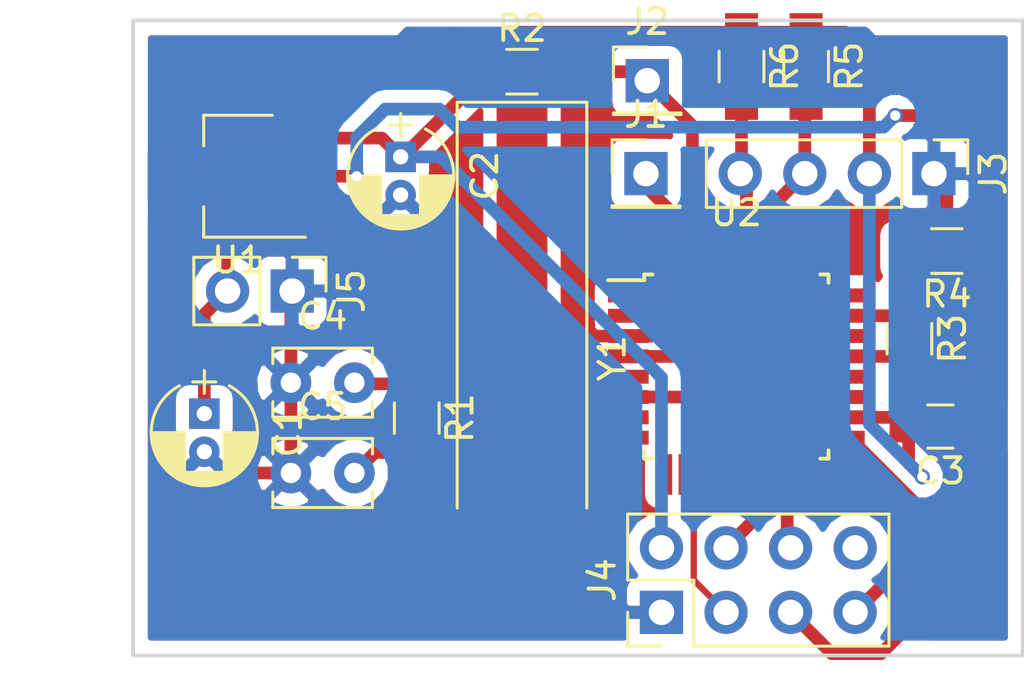
<source format=kicad_pcb>
(kicad_pcb (version 4) (host pcbnew 4.0.7)

  (general
    (links 47)
    (no_connects 0)
    (area 64.225133 25.3462 208.798601 131.276248)
    (thickness 1.6)
    (drawings 4)
    (tracks 159)
    (zones 0)
    (modules 19)
    (nets 31)
  )

  (page A4)
  (layers
    (0 F.Cu signal)
    (31 B.Cu signal hide)
    (32 B.Adhes user)
    (33 F.Adhes user)
    (34 B.Paste user)
    (35 F.Paste user)
    (36 B.SilkS user)
    (37 F.SilkS user)
    (38 B.Mask user)
    (39 F.Mask user)
    (40 Dwgs.User user)
    (41 Cmts.User user)
    (42 Eco1.User user)
    (43 Eco2.User user)
    (44 Edge.Cuts user)
    (45 Margin user)
    (46 B.CrtYd user)
    (47 F.CrtYd user)
    (48 B.Fab user)
    (49 F.Fab user)
  )

  (setup
    (last_trace_width 0.25)
    (user_trace_width 0.5)
    (trace_clearance 0.2)
    (zone_clearance 0.508)
    (zone_45_only no)
    (trace_min 0.2)
    (segment_width 0.2)
    (edge_width 0.15)
    (via_size 0.6)
    (via_drill 0.4)
    (via_min_size 0.4)
    (via_min_drill 0.3)
    (uvia_size 0.3)
    (uvia_drill 0.1)
    (uvias_allowed no)
    (uvia_min_size 0.2)
    (uvia_min_drill 0.1)
    (pcb_text_width 0.3)
    (pcb_text_size 1.5 1.5)
    (mod_edge_width 0.15)
    (mod_text_size 1 1)
    (mod_text_width 0.15)
    (pad_size 1.524 1.524)
    (pad_drill 0.762)
    (pad_to_mask_clearance 0.2)
    (aux_axis_origin 0 0)
    (visible_elements 7FFFFFFF)
    (pcbplotparams
      (layerselection 0x00040_00000000)
      (usegerberextensions false)
      (excludeedgelayer true)
      (linewidth 0.100000)
      (plotframeref false)
      (viasonmask false)
      (mode 1)
      (useauxorigin false)
      (hpglpennumber 1)
      (hpglpenspeed 20)
      (hpglpendiameter 15)
      (hpglpenoverlay 2)
      (psnegative false)
      (psa4output false)
      (plotreference true)
      (plotvalue true)
      (plotinvisibletext false)
      (padsonsilk false)
      (subtractmaskfromsilk false)
      (outputformat 4)
      (mirror false)
      (drillshape 2)
      (scaleselection 1)
      (outputdirectory "C:/Users/Wakabajaszi/Desktop/New folder/"))
  )

  (net 0 "")
  (net 1 +BATT)
  (net 2 GND)
  (net 3 +3V3)
  (net 4 "Net-(C4-Pad2)")
  (net 5 "Net-(C5-Pad2)")
  (net 6 "Net-(J1-Pad1)")
  (net 7 "Net-(J2-Pad1)")
  (net 8 SDA)
  (net 9 SCL)
  (net 10 CE)
  (net 11 CSN)
  (net 12 SCK)
  (net 13 MOSI)
  (net 14 MISO)
  (net 15 "Net-(J4-Pad8)")
  (net 16 "Net-(R3-Pad1)")
  (net 17 "Net-(U2-Pad1)")
  (net 18 "Net-(U2-Pad2)")
  (net 19 "Net-(U2-Pad9)")
  (net 20 "Net-(U2-Pad10)")
  (net 21 "Net-(U2-Pad11)")
  (net 22 "Net-(U2-Pad12)")
  (net 23 "Net-(U2-Pad19)")
  (net 24 "Net-(U2-Pad20)")
  (net 25 "Net-(U2-Pad22)")
  (net 26 "Net-(U2-Pad24)")
  (net 27 "Net-(U2-Pad25)")
  (net 28 "Net-(U2-Pad26)")
  (net 29 "Net-(U2-Pad30)")
  (net 30 "Net-(U2-Pad32)")

  (net_class Default "This is the default net class."
    (clearance 0.2)
    (trace_width 0.25)
    (via_dia 0.6)
    (via_drill 0.4)
    (uvia_dia 0.3)
    (uvia_drill 0.1)
    (add_net +3V3)
    (add_net +BATT)
    (add_net CE)
    (add_net CSN)
    (add_net GND)
    (add_net MISO)
    (add_net MOSI)
    (add_net "Net-(C4-Pad2)")
    (add_net "Net-(C5-Pad2)")
    (add_net "Net-(J1-Pad1)")
    (add_net "Net-(J2-Pad1)")
    (add_net "Net-(J4-Pad8)")
    (add_net "Net-(R3-Pad1)")
    (add_net "Net-(U2-Pad1)")
    (add_net "Net-(U2-Pad10)")
    (add_net "Net-(U2-Pad11)")
    (add_net "Net-(U2-Pad12)")
    (add_net "Net-(U2-Pad19)")
    (add_net "Net-(U2-Pad2)")
    (add_net "Net-(U2-Pad20)")
    (add_net "Net-(U2-Pad22)")
    (add_net "Net-(U2-Pad24)")
    (add_net "Net-(U2-Pad25)")
    (add_net "Net-(U2-Pad26)")
    (add_net "Net-(U2-Pad30)")
    (add_net "Net-(U2-Pad32)")
    (add_net "Net-(U2-Pad9)")
    (add_net SCK)
    (add_net SCL)
    (add_net SDA)
  )

  (net_class thick ""
    (clearance 0.2)
    (trace_width 0.5)
    (via_dia 0.6)
    (via_drill 0.4)
    (uvia_dia 0.3)
    (uvia_drill 0.1)
  )

  (module Resistors_SMD:R_0805_HandSoldering (layer F.Cu) (tedit 58E0A804) (tstamp 5A899CE1)
    (at 93.472 28.0924 270)
    (descr "Resistor SMD 0805, hand soldering")
    (tags "resistor 0805")
    (path /5A8987EE)
    (attr smd)
    (fp_text reference R6 (at 0 -1.7 270) (layer F.SilkS)
      (effects (font (size 1 1) (thickness 0.15)))
    )
    (fp_text value 4k7 (at 0 1.75 270) (layer F.Fab)
      (effects (font (size 1 1) (thickness 0.15)))
    )
    (fp_text user %R (at 0 0 270) (layer F.Fab)
      (effects (font (size 0.5 0.5) (thickness 0.075)))
    )
    (fp_line (start -1 0.62) (end -1 -0.62) (layer F.Fab) (width 0.1))
    (fp_line (start 1 0.62) (end -1 0.62) (layer F.Fab) (width 0.1))
    (fp_line (start 1 -0.62) (end 1 0.62) (layer F.Fab) (width 0.1))
    (fp_line (start -1 -0.62) (end 1 -0.62) (layer F.Fab) (width 0.1))
    (fp_line (start 0.6 0.88) (end -0.6 0.88) (layer F.SilkS) (width 0.12))
    (fp_line (start -0.6 -0.88) (end 0.6 -0.88) (layer F.SilkS) (width 0.12))
    (fp_line (start -2.35 -0.9) (end 2.35 -0.9) (layer F.CrtYd) (width 0.05))
    (fp_line (start -2.35 -0.9) (end -2.35 0.9) (layer F.CrtYd) (width 0.05))
    (fp_line (start 2.35 0.9) (end 2.35 -0.9) (layer F.CrtYd) (width 0.05))
    (fp_line (start 2.35 0.9) (end -2.35 0.9) (layer F.CrtYd) (width 0.05))
    (pad 1 smd rect (at -1.35 0 270) (size 1.5 1.3) (layers F.Cu F.Paste F.Mask)
      (net 3 +3V3))
    (pad 2 smd rect (at 1.35 0 270) (size 1.5 1.3) (layers F.Cu F.Paste F.Mask)
      (net 9 SCL))
    (model ${KISYS3DMOD}/Resistors_SMD.3dshapes/R_0805.wrl
      (at (xyz 0 0 0))
      (scale (xyz 1 1 1))
      (rotate (xyz 0 0 0))
    )
  )

  (module Resistors_SMD:R_0805_HandSoldering (layer F.Cu) (tedit 58E0A804) (tstamp 5A899CD1)
    (at 96.012 28.0924 270)
    (descr "Resistor SMD 0805, hand soldering")
    (tags "resistor 0805")
    (path /5A898376)
    (attr smd)
    (fp_text reference R5 (at 0 -1.7 270) (layer F.SilkS)
      (effects (font (size 1 1) (thickness 0.15)))
    )
    (fp_text value 4k7 (at 0 1.75 270) (layer F.Fab)
      (effects (font (size 1 1) (thickness 0.15)))
    )
    (fp_text user %R (at 0 0 270) (layer F.Fab)
      (effects (font (size 0.5 0.5) (thickness 0.075)))
    )
    (fp_line (start -1 0.62) (end -1 -0.62) (layer F.Fab) (width 0.1))
    (fp_line (start 1 0.62) (end -1 0.62) (layer F.Fab) (width 0.1))
    (fp_line (start 1 -0.62) (end 1 0.62) (layer F.Fab) (width 0.1))
    (fp_line (start -1 -0.62) (end 1 -0.62) (layer F.Fab) (width 0.1))
    (fp_line (start 0.6 0.88) (end -0.6 0.88) (layer F.SilkS) (width 0.12))
    (fp_line (start -0.6 -0.88) (end 0.6 -0.88) (layer F.SilkS) (width 0.12))
    (fp_line (start -2.35 -0.9) (end 2.35 -0.9) (layer F.CrtYd) (width 0.05))
    (fp_line (start -2.35 -0.9) (end -2.35 0.9) (layer F.CrtYd) (width 0.05))
    (fp_line (start 2.35 0.9) (end 2.35 -0.9) (layer F.CrtYd) (width 0.05))
    (fp_line (start 2.35 0.9) (end -2.35 0.9) (layer F.CrtYd) (width 0.05))
    (pad 1 smd rect (at -1.35 0 270) (size 1.5 1.3) (layers F.Cu F.Paste F.Mask)
      (net 3 +3V3))
    (pad 2 smd rect (at 1.35 0 270) (size 1.5 1.3) (layers F.Cu F.Paste F.Mask)
      (net 8 SDA))
    (model ${KISYS3DMOD}/Resistors_SMD.3dshapes/R_0805.wrl
      (at (xyz 0 0 0))
      (scale (xyz 1 1 1))
      (rotate (xyz 0 0 0))
    )
  )

  (module Crystals_2:Crystal_SMD_HC49-SD_HandSoldering (layer F.Cu) (tedit 58CD2E9D) (tstamp 5A899CBC)
    (at 84.836 39.5732 270)
    (descr "SMD Crystal HC-49-SD http://cdn-reichelt.de/documents/datenblatt/B400/xxx-HC49-SMD.pdf, hand-soldering, 11.4x4.7mm^2 package")
    (tags "SMD SMT crystal hand-soldering")
    (path /5A88795F)
    (attr smd)
    (fp_text reference Y1 (at 0 -3.55 270) (layer F.SilkS)
      (effects (font (size 1 1) (thickness 0.15)))
    )
    (fp_text value 16Mhz (at 0 3.55 270) (layer F.Fab)
      (effects (font (size 1 1) (thickness 0.15)))
    )
    (fp_text user %R (at 0 0 270) (layer F.Fab)
      (effects (font (size 1 1) (thickness 0.15)))
    )
    (fp_line (start -5.7 -2.35) (end -5.7 2.35) (layer F.Fab) (width 0.1))
    (fp_line (start -5.7 2.35) (end 5.7 2.35) (layer F.Fab) (width 0.1))
    (fp_line (start 5.7 2.35) (end 5.7 -2.35) (layer F.Fab) (width 0.1))
    (fp_line (start 5.7 -2.35) (end -5.7 -2.35) (layer F.Fab) (width 0.1))
    (fp_line (start -3.015 -2.115) (end 3.015 -2.115) (layer F.Fab) (width 0.1))
    (fp_line (start -3.015 2.115) (end 3.015 2.115) (layer F.Fab) (width 0.1))
    (fp_line (start 5.9 -2.55) (end -10.075 -2.55) (layer F.SilkS) (width 0.12))
    (fp_line (start -10.075 -2.55) (end -10.075 2.55) (layer F.SilkS) (width 0.12))
    (fp_line (start -10.075 2.55) (end 5.9 2.55) (layer F.SilkS) (width 0.12))
    (fp_line (start -10.2 -2.6) (end -10.2 2.6) (layer F.CrtYd) (width 0.05))
    (fp_line (start -10.2 2.6) (end 10.2 2.6) (layer F.CrtYd) (width 0.05))
    (fp_line (start 10.2 2.6) (end 10.2 -2.6) (layer F.CrtYd) (width 0.05))
    (fp_line (start 10.2 -2.6) (end -10.2 -2.6) (layer F.CrtYd) (width 0.05))
    (fp_arc (start -3.015 0) (end -3.015 -2.115) (angle -180) (layer F.Fab) (width 0.1))
    (fp_arc (start 3.015 0) (end 3.015 -2.115) (angle 180) (layer F.Fab) (width 0.1))
    (pad 1 smd rect (at -5.9375 0 270) (size 7.875 2) (layers F.Cu F.Paste F.Mask)
      (net 4 "Net-(C4-Pad2)"))
    (pad 2 smd rect (at 5.9375 0 270) (size 7.875 2) (layers F.Cu F.Paste F.Mask)
      (net 5 "Net-(C5-Pad2)"))
    (model ${KISYS3DMOD}/Crystals.3dshapes/Crystal_SMD_HC49-SD_HandSoldering.wrl
      (at (xyz 0 0 0))
      (scale (xyz 1 1 1))
      (rotate (xyz 0 0 0))
    )
  )

  (module Housings_QFP:TQFP-32_7x7mm_Pitch0.8mm (layer F.Cu) (tedit 58CC9A48) (tstamp 5A899C86)
    (at 93.2688 39.9034)
    (descr "32-Lead Plastic Thin Quad Flatpack (PT) - 7x7x1.0 mm Body, 2.00 mm [TQFP] (see Microchip Packaging Specification 00000049BS.pdf)")
    (tags "QFP 0.8")
    (path /5A887894)
    (attr smd)
    (fp_text reference U2 (at 0 -6.05) (layer F.SilkS)
      (effects (font (size 1 1) (thickness 0.15)))
    )
    (fp_text value ATMEGA328P-AU (at 0 6.05) (layer F.Fab)
      (effects (font (size 1 1) (thickness 0.15)))
    )
    (fp_text user %R (at 0 0) (layer F.Fab)
      (effects (font (size 1 1) (thickness 0.15)))
    )
    (fp_line (start -2.5 -3.5) (end 3.5 -3.5) (layer F.Fab) (width 0.15))
    (fp_line (start 3.5 -3.5) (end 3.5 3.5) (layer F.Fab) (width 0.15))
    (fp_line (start 3.5 3.5) (end -3.5 3.5) (layer F.Fab) (width 0.15))
    (fp_line (start -3.5 3.5) (end -3.5 -2.5) (layer F.Fab) (width 0.15))
    (fp_line (start -3.5 -2.5) (end -2.5 -3.5) (layer F.Fab) (width 0.15))
    (fp_line (start -5.3 -5.3) (end -5.3 5.3) (layer F.CrtYd) (width 0.05))
    (fp_line (start 5.3 -5.3) (end 5.3 5.3) (layer F.CrtYd) (width 0.05))
    (fp_line (start -5.3 -5.3) (end 5.3 -5.3) (layer F.CrtYd) (width 0.05))
    (fp_line (start -5.3 5.3) (end 5.3 5.3) (layer F.CrtYd) (width 0.05))
    (fp_line (start -3.625 -3.625) (end -3.625 -3.4) (layer F.SilkS) (width 0.15))
    (fp_line (start 3.625 -3.625) (end 3.625 -3.3) (layer F.SilkS) (width 0.15))
    (fp_line (start 3.625 3.625) (end 3.625 3.3) (layer F.SilkS) (width 0.15))
    (fp_line (start -3.625 3.625) (end -3.625 3.3) (layer F.SilkS) (width 0.15))
    (fp_line (start -3.625 -3.625) (end -3.3 -3.625) (layer F.SilkS) (width 0.15))
    (fp_line (start -3.625 3.625) (end -3.3 3.625) (layer F.SilkS) (width 0.15))
    (fp_line (start 3.625 3.625) (end 3.3 3.625) (layer F.SilkS) (width 0.15))
    (fp_line (start 3.625 -3.625) (end 3.3 -3.625) (layer F.SilkS) (width 0.15))
    (fp_line (start -3.625 -3.4) (end -5.05 -3.4) (layer F.SilkS) (width 0.15))
    (pad 1 smd rect (at -4.25 -2.8) (size 1.6 0.55) (layers F.Cu F.Paste F.Mask)
      (net 17 "Net-(U2-Pad1)"))
    (pad 2 smd rect (at -4.25 -2) (size 1.6 0.55) (layers F.Cu F.Paste F.Mask)
      (net 18 "Net-(U2-Pad2)"))
    (pad 3 smd rect (at -4.25 -1.2) (size 1.6 0.55) (layers F.Cu F.Paste F.Mask)
      (net 2 GND))
    (pad 4 smd rect (at -4.25 -0.4) (size 1.6 0.55) (layers F.Cu F.Paste F.Mask)
      (net 3 +3V3))
    (pad 5 smd rect (at -4.25 0.4) (size 1.6 0.55) (layers F.Cu F.Paste F.Mask)
      (net 2 GND))
    (pad 6 smd rect (at -4.25 1.2) (size 1.6 0.55) (layers F.Cu F.Paste F.Mask)
      (net 3 +3V3))
    (pad 7 smd rect (at -4.25 2) (size 1.6 0.55) (layers F.Cu F.Paste F.Mask)
      (net 4 "Net-(C4-Pad2)"))
    (pad 8 smd rect (at -4.25 2.8) (size 1.6 0.55) (layers F.Cu F.Paste F.Mask)
      (net 5 "Net-(C5-Pad2)"))
    (pad 9 smd rect (at -2.8 4.25 90) (size 1.6 0.55) (layers F.Cu F.Paste F.Mask)
      (net 19 "Net-(U2-Pad9)"))
    (pad 10 smd rect (at -2 4.25 90) (size 1.6 0.55) (layers F.Cu F.Paste F.Mask)
      (net 20 "Net-(U2-Pad10)"))
    (pad 11 smd rect (at -1.2 4.25 90) (size 1.6 0.55) (layers F.Cu F.Paste F.Mask)
      (net 21 "Net-(U2-Pad11)"))
    (pad 12 smd rect (at -0.4 4.25 90) (size 1.6 0.55) (layers F.Cu F.Paste F.Mask)
      (net 22 "Net-(U2-Pad12)"))
    (pad 13 smd rect (at 0.4 4.25 90) (size 1.6 0.55) (layers F.Cu F.Paste F.Mask)
      (net 10 CE))
    (pad 14 smd rect (at 1.2 4.25 90) (size 1.6 0.55) (layers F.Cu F.Paste F.Mask)
      (net 11 CSN))
    (pad 15 smd rect (at 2 4.25 90) (size 1.6 0.55) (layers F.Cu F.Paste F.Mask)
      (net 13 MOSI))
    (pad 16 smd rect (at 2.8 4.25 90) (size 1.6 0.55) (layers F.Cu F.Paste F.Mask)
      (net 14 MISO))
    (pad 17 smd rect (at 4.25 2.8) (size 1.6 0.55) (layers F.Cu F.Paste F.Mask)
      (net 12 SCK))
    (pad 18 smd rect (at 4.25 2) (size 1.6 0.55) (layers F.Cu F.Paste F.Mask)
      (net 3 +3V3))
    (pad 19 smd rect (at 4.25 1.2) (size 1.6 0.55) (layers F.Cu F.Paste F.Mask)
      (net 23 "Net-(U2-Pad19)"))
    (pad 20 smd rect (at 4.25 0.4) (size 1.6 0.55) (layers F.Cu F.Paste F.Mask)
      (net 24 "Net-(U2-Pad20)"))
    (pad 21 smd rect (at 4.25 -0.4) (size 1.6 0.55) (layers F.Cu F.Paste F.Mask)
      (net 2 GND))
    (pad 22 smd rect (at 4.25 -1.2) (size 1.6 0.55) (layers F.Cu F.Paste F.Mask)
      (net 25 "Net-(U2-Pad22)"))
    (pad 23 smd rect (at 4.25 -2) (size 1.6 0.55) (layers F.Cu F.Paste F.Mask)
      (net 16 "Net-(R3-Pad1)"))
    (pad 24 smd rect (at 4.25 -2.8) (size 1.6 0.55) (layers F.Cu F.Paste F.Mask)
      (net 26 "Net-(U2-Pad24)"))
    (pad 25 smd rect (at 2.8 -4.25 90) (size 1.6 0.55) (layers F.Cu F.Paste F.Mask)
      (net 27 "Net-(U2-Pad25)"))
    (pad 26 smd rect (at 2 -4.25 90) (size 1.6 0.55) (layers F.Cu F.Paste F.Mask)
      (net 28 "Net-(U2-Pad26)"))
    (pad 27 smd rect (at 1.2 -4.25 90) (size 1.6 0.55) (layers F.Cu F.Paste F.Mask)
      (net 8 SDA))
    (pad 28 smd rect (at 0.4 -4.25 90) (size 1.6 0.55) (layers F.Cu F.Paste F.Mask)
      (net 9 SCL))
    (pad 29 smd rect (at -0.4 -4.25 90) (size 1.6 0.55) (layers F.Cu F.Paste F.Mask)
      (net 7 "Net-(J2-Pad1)"))
    (pad 30 smd rect (at -1.2 -4.25 90) (size 1.6 0.55) (layers F.Cu F.Paste F.Mask)
      (net 29 "Net-(U2-Pad30)"))
    (pad 31 smd rect (at -2 -4.25 90) (size 1.6 0.55) (layers F.Cu F.Paste F.Mask)
      (net 6 "Net-(J1-Pad1)"))
    (pad 32 smd rect (at -2.8 -4.25 90) (size 1.6 0.55) (layers F.Cu F.Paste F.Mask)
      (net 30 "Net-(U2-Pad32)"))
    (model ${KISYS3DMOD}/Housings_QFP.3dshapes/TQFP-32_7x7mm_Pitch0.8mm.wrl
      (at (xyz 0 0 0))
      (scale (xyz 1 1 1))
      (rotate (xyz 0 0 0))
    )
  )

  (module TO_SOT_Packages_SMD:SOT-89-3_Handsoldering (layer F.Cu) (tedit 58CE4E7F) (tstamp 5A899C70)
    (at 74.0918 32.4104 180)
    (descr "SOT-89-3 Handsoldering")
    (tags "SOT-89-3 Handsoldering")
    (path /5A8878F4)
    (attr smd)
    (fp_text reference U1 (at 0.45 -3.3 180) (layer F.SilkS)
      (effects (font (size 1 1) (thickness 0.15)))
    )
    (fp_text value MCP1700-3302E_SOT89 (at 0.5 3.15 180) (layer F.Fab)
      (effects (font (size 1 1) (thickness 0.15)))
    )
    (fp_text user %R (at 0.38 0 270) (layer F.Fab)
      (effects (font (size 0.6 0.6) (thickness 0.09)))
    )
    (fp_line (start -3.5 2.55) (end 4.25 2.55) (layer F.CrtYd) (width 0.05))
    (fp_line (start 4.25 2.55) (end 4.25 -2.55) (layer F.CrtYd) (width 0.05))
    (fp_line (start 4.25 -2.55) (end -3.5 -2.55) (layer F.CrtYd) (width 0.05))
    (fp_line (start -3.5 -2.55) (end -3.5 2.55) (layer F.CrtYd) (width 0.05))
    (fp_line (start 1.78 1.2) (end 1.78 2.4) (layer F.SilkS) (width 0.12))
    (fp_line (start 1.78 2.4) (end -0.92 2.4) (layer F.SilkS) (width 0.12))
    (fp_line (start -2.22 -2.4) (end 1.78 -2.4) (layer F.SilkS) (width 0.12))
    (fp_line (start 1.78 -2.4) (end 1.78 -1.2) (layer F.SilkS) (width 0.12))
    (fp_line (start -0.92 -1.51) (end -0.13 -2.3) (layer F.Fab) (width 0.1))
    (fp_line (start 1.68 -2.3) (end 1.68 2.3) (layer F.Fab) (width 0.1))
    (fp_line (start 1.68 2.3) (end -0.92 2.3) (layer F.Fab) (width 0.1))
    (fp_line (start -0.92 2.3) (end -0.92 -1.51) (layer F.Fab) (width 0.1))
    (fp_line (start -0.13 -2.3) (end 1.68 -2.3) (layer F.Fab) (width 0.1))
    (pad 1 smd rect (at -1.98 -1.5 90) (size 1 2.5) (layers F.Cu F.Paste F.Mask)
      (net 2 GND))
    (pad 2 smd rect (at -1.98 0 90) (size 1 2.5) (layers F.Cu F.Paste F.Mask)
      (net 1 +BATT))
    (pad 3 smd rect (at -1.98 1.5 90) (size 1 2.5) (layers F.Cu F.Paste F.Mask)
      (net 3 +3V3))
    (pad 2 smd rect (at 1.98 0 90) (size 2 4) (layers F.Cu F.Paste F.Mask)
      (net 1 +BATT))
    (pad 2 smd trapezoid (at -0.37 0 270) (size 1.5 0.75) (rect_delta 0 0.5 ) (layers F.Cu F.Paste F.Mask)
      (net 1 +BATT))
    (model ${KISYS3DMOD}/TO_SOT_Packages_SMD.3dshapes/SOT-89-3.wrl
      (at (xyz 0 0 0))
      (scale (xyz 1 1 1))
      (rotate (xyz 0 0 0))
    )
  )

  (module Resistors_SMD:R_0805_HandSoldering (layer F.Cu) (tedit 58E0A804) (tstamp 5A899C60)
    (at 101.5492 35.3568 180)
    (descr "Resistor SMD 0805, hand soldering")
    (tags "resistor 0805")
    (path /5A88BB32)
    (attr smd)
    (fp_text reference R4 (at 0 -1.7 180) (layer F.SilkS)
      (effects (font (size 1 1) (thickness 0.15)))
    )
    (fp_text value 10k (at 0 1.75 180) (layer F.Fab)
      (effects (font (size 1 1) (thickness 0.15)))
    )
    (fp_text user %R (at 0 0 180) (layer F.Fab)
      (effects (font (size 0.5 0.5) (thickness 0.075)))
    )
    (fp_line (start -1 0.62) (end -1 -0.62) (layer F.Fab) (width 0.1))
    (fp_line (start 1 0.62) (end -1 0.62) (layer F.Fab) (width 0.1))
    (fp_line (start 1 -0.62) (end 1 0.62) (layer F.Fab) (width 0.1))
    (fp_line (start -1 -0.62) (end 1 -0.62) (layer F.Fab) (width 0.1))
    (fp_line (start 0.6 0.88) (end -0.6 0.88) (layer F.SilkS) (width 0.12))
    (fp_line (start -0.6 -0.88) (end 0.6 -0.88) (layer F.SilkS) (width 0.12))
    (fp_line (start -2.35 -0.9) (end 2.35 -0.9) (layer F.CrtYd) (width 0.05))
    (fp_line (start -2.35 -0.9) (end -2.35 0.9) (layer F.CrtYd) (width 0.05))
    (fp_line (start 2.35 0.9) (end 2.35 -0.9) (layer F.CrtYd) (width 0.05))
    (fp_line (start 2.35 0.9) (end -2.35 0.9) (layer F.CrtYd) (width 0.05))
    (pad 1 smd rect (at -1.35 0 180) (size 1.5 1.3) (layers F.Cu F.Paste F.Mask)
      (net 1 +BATT))
    (pad 2 smd rect (at 1.35 0 180) (size 1.5 1.3) (layers F.Cu F.Paste F.Mask)
      (net 16 "Net-(R3-Pad1)"))
    (model ${KISYS3DMOD}/Resistors_SMD.3dshapes/R_0805.wrl
      (at (xyz 0 0 0))
      (scale (xyz 1 1 1))
      (rotate (xyz 0 0 0))
    )
  )

  (module Resistors_SMD:R_0805_HandSoldering (layer F.Cu) (tedit 58E0A804) (tstamp 5A899C50)
    (at 100.076 38.8112 270)
    (descr "Resistor SMD 0805, hand soldering")
    (tags "resistor 0805")
    (path /5A88BAE1)
    (attr smd)
    (fp_text reference R3 (at 0 -1.7 270) (layer F.SilkS)
      (effects (font (size 1 1) (thickness 0.15)))
    )
    (fp_text value 2k2 (at 0 1.75 270) (layer F.Fab)
      (effects (font (size 1 1) (thickness 0.15)))
    )
    (fp_text user %R (at 0 0 270) (layer F.Fab)
      (effects (font (size 0.5 0.5) (thickness 0.075)))
    )
    (fp_line (start -1 0.62) (end -1 -0.62) (layer F.Fab) (width 0.1))
    (fp_line (start 1 0.62) (end -1 0.62) (layer F.Fab) (width 0.1))
    (fp_line (start 1 -0.62) (end 1 0.62) (layer F.Fab) (width 0.1))
    (fp_line (start -1 -0.62) (end 1 -0.62) (layer F.Fab) (width 0.1))
    (fp_line (start 0.6 0.88) (end -0.6 0.88) (layer F.SilkS) (width 0.12))
    (fp_line (start -0.6 -0.88) (end 0.6 -0.88) (layer F.SilkS) (width 0.12))
    (fp_line (start -2.35 -0.9) (end 2.35 -0.9) (layer F.CrtYd) (width 0.05))
    (fp_line (start -2.35 -0.9) (end -2.35 0.9) (layer F.CrtYd) (width 0.05))
    (fp_line (start 2.35 0.9) (end 2.35 -0.9) (layer F.CrtYd) (width 0.05))
    (fp_line (start 2.35 0.9) (end -2.35 0.9) (layer F.CrtYd) (width 0.05))
    (pad 1 smd rect (at -1.35 0 270) (size 1.5 1.3) (layers F.Cu F.Paste F.Mask)
      (net 16 "Net-(R3-Pad1)"))
    (pad 2 smd rect (at 1.35 0 270) (size 1.5 1.3) (layers F.Cu F.Paste F.Mask)
      (net 2 GND))
    (model ${KISYS3DMOD}/Resistors_SMD.3dshapes/R_0805.wrl
      (at (xyz 0 0 0))
      (scale (xyz 1 1 1))
      (rotate (xyz 0 0 0))
    )
  )

  (module Resistors_SMD:R_0805_HandSoldering (layer F.Cu) (tedit 58E0A804) (tstamp 5A899C40)
    (at 84.836 28.2956)
    (descr "Resistor SMD 0805, hand soldering")
    (tags "resistor 0805")
    (path /5A88A731)
    (attr smd)
    (fp_text reference R2 (at 0 -1.7) (layer F.SilkS)
      (effects (font (size 1 1) (thickness 0.15)))
    )
    (fp_text value 10k (at 0 1.75) (layer F.Fab)
      (effects (font (size 1 1) (thickness 0.15)))
    )
    (fp_text user %R (at 0 0) (layer F.Fab)
      (effects (font (size 0.5 0.5) (thickness 0.075)))
    )
    (fp_line (start -1 0.62) (end -1 -0.62) (layer F.Fab) (width 0.1))
    (fp_line (start 1 0.62) (end -1 0.62) (layer F.Fab) (width 0.1))
    (fp_line (start 1 -0.62) (end 1 0.62) (layer F.Fab) (width 0.1))
    (fp_line (start -1 -0.62) (end 1 -0.62) (layer F.Fab) (width 0.1))
    (fp_line (start 0.6 0.88) (end -0.6 0.88) (layer F.SilkS) (width 0.12))
    (fp_line (start -0.6 -0.88) (end 0.6 -0.88) (layer F.SilkS) (width 0.12))
    (fp_line (start -2.35 -0.9) (end 2.35 -0.9) (layer F.CrtYd) (width 0.05))
    (fp_line (start -2.35 -0.9) (end -2.35 0.9) (layer F.CrtYd) (width 0.05))
    (fp_line (start 2.35 0.9) (end 2.35 -0.9) (layer F.CrtYd) (width 0.05))
    (fp_line (start 2.35 0.9) (end -2.35 0.9) (layer F.CrtYd) (width 0.05))
    (pad 1 smd rect (at -1.35 0) (size 1.5 1.3) (layers F.Cu F.Paste F.Mask)
      (net 3 +3V3))
    (pad 2 smd rect (at 1.35 0) (size 1.5 1.3) (layers F.Cu F.Paste F.Mask)
      (net 7 "Net-(J2-Pad1)"))
    (model ${KISYS3DMOD}/Resistors_SMD.3dshapes/R_0805.wrl
      (at (xyz 0 0 0))
      (scale (xyz 1 1 1))
      (rotate (xyz 0 0 0))
    )
  )

  (module Resistors_SMD:R_0805_HandSoldering (layer F.Cu) (tedit 58E0A804) (tstamp 5A899C30)
    (at 80.6958 41.9354 270)
    (descr "Resistor SMD 0805, hand soldering")
    (tags "resistor 0805")
    (path /5A888EB9)
    (attr smd)
    (fp_text reference R1 (at 0 -1.7 270) (layer F.SilkS)
      (effects (font (size 1 1) (thickness 0.15)))
    )
    (fp_text value 1M (at 0 1.75 270) (layer F.Fab)
      (effects (font (size 1 1) (thickness 0.15)))
    )
    (fp_text user %R (at 0 0 270) (layer F.Fab)
      (effects (font (size 0.5 0.5) (thickness 0.075)))
    )
    (fp_line (start -1 0.62) (end -1 -0.62) (layer F.Fab) (width 0.1))
    (fp_line (start 1 0.62) (end -1 0.62) (layer F.Fab) (width 0.1))
    (fp_line (start 1 -0.62) (end 1 0.62) (layer F.Fab) (width 0.1))
    (fp_line (start -1 -0.62) (end 1 -0.62) (layer F.Fab) (width 0.1))
    (fp_line (start 0.6 0.88) (end -0.6 0.88) (layer F.SilkS) (width 0.12))
    (fp_line (start -0.6 -0.88) (end 0.6 -0.88) (layer F.SilkS) (width 0.12))
    (fp_line (start -2.35 -0.9) (end 2.35 -0.9) (layer F.CrtYd) (width 0.05))
    (fp_line (start -2.35 -0.9) (end -2.35 0.9) (layer F.CrtYd) (width 0.05))
    (fp_line (start 2.35 0.9) (end 2.35 -0.9) (layer F.CrtYd) (width 0.05))
    (fp_line (start 2.35 0.9) (end -2.35 0.9) (layer F.CrtYd) (width 0.05))
    (pad 1 smd rect (at -1.35 0 270) (size 1.5 1.3) (layers F.Cu F.Paste F.Mask)
      (net 4 "Net-(C4-Pad2)"))
    (pad 2 smd rect (at 1.35 0 270) (size 1.5 1.3) (layers F.Cu F.Paste F.Mask)
      (net 5 "Net-(C5-Pad2)"))
    (model ${KISYS3DMOD}/Resistors_SMD.3dshapes/R_0805.wrl
      (at (xyz 0 0 0))
      (scale (xyz 1 1 1))
      (rotate (xyz 0 0 0))
    )
  )

  (module Pin_Headers:Pin_Header_Straight_1x02_Pitch2.54mm (layer F.Cu) (tedit 59650532) (tstamp 5A899C1B)
    (at 75.7936 36.9316 270)
    (descr "Through hole straight pin header, 1x02, 2.54mm pitch, single row")
    (tags "Through hole pin header THT 1x02 2.54mm single row")
    (path /5A897287)
    (fp_text reference J5 (at 0 -2.33 270) (layer F.SilkS)
      (effects (font (size 1 1) (thickness 0.15)))
    )
    (fp_text value PWR (at 0 4.87 270) (layer F.Fab)
      (effects (font (size 1 1) (thickness 0.15)))
    )
    (fp_line (start -0.635 -1.27) (end 1.27 -1.27) (layer F.Fab) (width 0.1))
    (fp_line (start 1.27 -1.27) (end 1.27 3.81) (layer F.Fab) (width 0.1))
    (fp_line (start 1.27 3.81) (end -1.27 3.81) (layer F.Fab) (width 0.1))
    (fp_line (start -1.27 3.81) (end -1.27 -0.635) (layer F.Fab) (width 0.1))
    (fp_line (start -1.27 -0.635) (end -0.635 -1.27) (layer F.Fab) (width 0.1))
    (fp_line (start -1.33 3.87) (end 1.33 3.87) (layer F.SilkS) (width 0.12))
    (fp_line (start -1.33 1.27) (end -1.33 3.87) (layer F.SilkS) (width 0.12))
    (fp_line (start 1.33 1.27) (end 1.33 3.87) (layer F.SilkS) (width 0.12))
    (fp_line (start -1.33 1.27) (end 1.33 1.27) (layer F.SilkS) (width 0.12))
    (fp_line (start -1.33 0) (end -1.33 -1.33) (layer F.SilkS) (width 0.12))
    (fp_line (start -1.33 -1.33) (end 0 -1.33) (layer F.SilkS) (width 0.12))
    (fp_line (start -1.8 -1.8) (end -1.8 4.35) (layer F.CrtYd) (width 0.05))
    (fp_line (start -1.8 4.35) (end 1.8 4.35) (layer F.CrtYd) (width 0.05))
    (fp_line (start 1.8 4.35) (end 1.8 -1.8) (layer F.CrtYd) (width 0.05))
    (fp_line (start 1.8 -1.8) (end -1.8 -1.8) (layer F.CrtYd) (width 0.05))
    (fp_text user %R (at 0 1.27 360) (layer F.Fab)
      (effects (font (size 1 1) (thickness 0.15)))
    )
    (pad 1 thru_hole rect (at 0 0 270) (size 1.7 1.7) (drill 1) (layers *.Cu *.Mask)
      (net 2 GND))
    (pad 2 thru_hole oval (at 0 2.54 270) (size 1.7 1.7) (drill 1) (layers *.Cu *.Mask)
      (net 1 +BATT))
    (model ${KISYS3DMOD}/Pin_Headers.3dshapes/Pin_Header_Straight_1x02_Pitch2.54mm.wrl
      (at (xyz 0 0 0))
      (scale (xyz 1 1 1))
      (rotate (xyz 0 0 0))
    )
  )

  (module Pin_Headers:Pin_Header_Straight_2x04_Pitch2.54mm (layer F.Cu) (tedit 59650532) (tstamp 5A899BFE)
    (at 90.3224 49.5808 90)
    (descr "Through hole straight pin header, 2x04, 2.54mm pitch, double rows")
    (tags "Through hole pin header THT 2x04 2.54mm double row")
    (path /5A8902B0)
    (fp_text reference J4 (at 1.27 -2.33 90) (layer F.SilkS)
      (effects (font (size 1 1) (thickness 0.15)))
    )
    (fp_text value NRF24l01 (at 1.27 9.95 90) (layer F.Fab)
      (effects (font (size 1 1) (thickness 0.15)))
    )
    (fp_line (start 0 -1.27) (end 3.81 -1.27) (layer F.Fab) (width 0.1))
    (fp_line (start 3.81 -1.27) (end 3.81 8.89) (layer F.Fab) (width 0.1))
    (fp_line (start 3.81 8.89) (end -1.27 8.89) (layer F.Fab) (width 0.1))
    (fp_line (start -1.27 8.89) (end -1.27 0) (layer F.Fab) (width 0.1))
    (fp_line (start -1.27 0) (end 0 -1.27) (layer F.Fab) (width 0.1))
    (fp_line (start -1.33 8.95) (end 3.87 8.95) (layer F.SilkS) (width 0.12))
    (fp_line (start -1.33 1.27) (end -1.33 8.95) (layer F.SilkS) (width 0.12))
    (fp_line (start 3.87 -1.33) (end 3.87 8.95) (layer F.SilkS) (width 0.12))
    (fp_line (start -1.33 1.27) (end 1.27 1.27) (layer F.SilkS) (width 0.12))
    (fp_line (start 1.27 1.27) (end 1.27 -1.33) (layer F.SilkS) (width 0.12))
    (fp_line (start 1.27 -1.33) (end 3.87 -1.33) (layer F.SilkS) (width 0.12))
    (fp_line (start -1.33 0) (end -1.33 -1.33) (layer F.SilkS) (width 0.12))
    (fp_line (start -1.33 -1.33) (end 0 -1.33) (layer F.SilkS) (width 0.12))
    (fp_line (start -1.8 -1.8) (end -1.8 9.4) (layer F.CrtYd) (width 0.05))
    (fp_line (start -1.8 9.4) (end 4.35 9.4) (layer F.CrtYd) (width 0.05))
    (fp_line (start 4.35 9.4) (end 4.35 -1.8) (layer F.CrtYd) (width 0.05))
    (fp_line (start 4.35 -1.8) (end -1.8 -1.8) (layer F.CrtYd) (width 0.05))
    (fp_text user %R (at 1.27 3.81 180) (layer F.Fab)
      (effects (font (size 1 1) (thickness 0.15)))
    )
    (pad 1 thru_hole rect (at 0 0 90) (size 1.7 1.7) (drill 1) (layers *.Cu *.Mask)
      (net 2 GND))
    (pad 2 thru_hole oval (at 2.54 0 90) (size 1.7 1.7) (drill 1) (layers *.Cu *.Mask)
      (net 3 +3V3))
    (pad 3 thru_hole oval (at 0 2.54 90) (size 1.7 1.7) (drill 1) (layers *.Cu *.Mask)
      (net 10 CE))
    (pad 4 thru_hole oval (at 2.54 2.54 90) (size 1.7 1.7) (drill 1) (layers *.Cu *.Mask)
      (net 11 CSN))
    (pad 5 thru_hole oval (at 0 5.08 90) (size 1.7 1.7) (drill 1) (layers *.Cu *.Mask)
      (net 12 SCK))
    (pad 6 thru_hole oval (at 2.54 5.08 90) (size 1.7 1.7) (drill 1) (layers *.Cu *.Mask)
      (net 13 MOSI))
    (pad 7 thru_hole oval (at 0 7.62 90) (size 1.7 1.7) (drill 1) (layers *.Cu *.Mask)
      (net 14 MISO))
    (pad 8 thru_hole oval (at 2.54 7.62 90) (size 1.7 1.7) (drill 1) (layers *.Cu *.Mask)
      (net 15 "Net-(J4-Pad8)"))
    (model ${KISYS3DMOD}/Pin_Headers.3dshapes/Pin_Header_Straight_2x04_Pitch2.54mm.wrl
      (at (xyz 0 0 0))
      (scale (xyz 1 1 1))
      (rotate (xyz 0 0 0))
    )
  )

  (module Pin_Headers:Pin_Header_Straight_1x01_Pitch2.54mm (layer F.Cu) (tedit 59650532) (tstamp 5A899BEA)
    (at 89.7636 28.6512)
    (descr "Through hole straight pin header, 1x01, 2.54mm pitch, single row")
    (tags "Through hole pin header THT 1x01 2.54mm single row")
    (path /5A88E38D)
    (fp_text reference J2 (at 0 -2.33) (layer F.SilkS)
      (effects (font (size 1 1) (thickness 0.15)))
    )
    (fp_text value RST (at 0 2.33) (layer F.Fab)
      (effects (font (size 1 1) (thickness 0.15)))
    )
    (fp_line (start -0.635 -1.27) (end 1.27 -1.27) (layer F.Fab) (width 0.1))
    (fp_line (start 1.27 -1.27) (end 1.27 1.27) (layer F.Fab) (width 0.1))
    (fp_line (start 1.27 1.27) (end -1.27 1.27) (layer F.Fab) (width 0.1))
    (fp_line (start -1.27 1.27) (end -1.27 -0.635) (layer F.Fab) (width 0.1))
    (fp_line (start -1.27 -0.635) (end -0.635 -1.27) (layer F.Fab) (width 0.1))
    (fp_line (start -1.33 1.33) (end 1.33 1.33) (layer F.SilkS) (width 0.12))
    (fp_line (start -1.33 1.27) (end -1.33 1.33) (layer F.SilkS) (width 0.12))
    (fp_line (start 1.33 1.27) (end 1.33 1.33) (layer F.SilkS) (width 0.12))
    (fp_line (start -1.33 1.27) (end 1.33 1.27) (layer F.SilkS) (width 0.12))
    (fp_line (start -1.33 0) (end -1.33 -1.33) (layer F.SilkS) (width 0.12))
    (fp_line (start -1.33 -1.33) (end 0 -1.33) (layer F.SilkS) (width 0.12))
    (fp_line (start -1.8 -1.8) (end -1.8 1.8) (layer F.CrtYd) (width 0.05))
    (fp_line (start -1.8 1.8) (end 1.8 1.8) (layer F.CrtYd) (width 0.05))
    (fp_line (start 1.8 1.8) (end 1.8 -1.8) (layer F.CrtYd) (width 0.05))
    (fp_line (start 1.8 -1.8) (end -1.8 -1.8) (layer F.CrtYd) (width 0.05))
    (fp_text user %R (at 0 0 90) (layer F.Fab)
      (effects (font (size 1 1) (thickness 0.15)))
    )
    (pad 1 thru_hole rect (at 0 0) (size 1.7 1.7) (drill 1) (layers *.Cu *.Mask)
      (net 7 "Net-(J2-Pad1)"))
    (model ${KISYS3DMOD}/Pin_Headers.3dshapes/Pin_Header_Straight_1x01_Pitch2.54mm.wrl
      (at (xyz 0 0 0))
      (scale (xyz 1 1 1))
      (rotate (xyz 0 0 0))
    )
  )

  (module Pin_Headers:Pin_Header_Straight_1x01_Pitch2.54mm (layer F.Cu) (tedit 59650532) (tstamp 5A899BD6)
    (at 89.7128 32.3088)
    (descr "Through hole straight pin header, 1x01, 2.54mm pitch, single row")
    (tags "Through hole pin header THT 1x01 2.54mm single row")
    (path /5A8965C5)
    (fp_text reference J1 (at 0 -2.33) (layer F.SilkS)
      (effects (font (size 1 1) (thickness 0.15)))
    )
    (fp_text value TX (at 0 2.33) (layer F.Fab)
      (effects (font (size 1 1) (thickness 0.15)))
    )
    (fp_line (start -0.635 -1.27) (end 1.27 -1.27) (layer F.Fab) (width 0.1))
    (fp_line (start 1.27 -1.27) (end 1.27 1.27) (layer F.Fab) (width 0.1))
    (fp_line (start 1.27 1.27) (end -1.27 1.27) (layer F.Fab) (width 0.1))
    (fp_line (start -1.27 1.27) (end -1.27 -0.635) (layer F.Fab) (width 0.1))
    (fp_line (start -1.27 -0.635) (end -0.635 -1.27) (layer F.Fab) (width 0.1))
    (fp_line (start -1.33 1.33) (end 1.33 1.33) (layer F.SilkS) (width 0.12))
    (fp_line (start -1.33 1.27) (end -1.33 1.33) (layer F.SilkS) (width 0.12))
    (fp_line (start 1.33 1.27) (end 1.33 1.33) (layer F.SilkS) (width 0.12))
    (fp_line (start -1.33 1.27) (end 1.33 1.27) (layer F.SilkS) (width 0.12))
    (fp_line (start -1.33 0) (end -1.33 -1.33) (layer F.SilkS) (width 0.12))
    (fp_line (start -1.33 -1.33) (end 0 -1.33) (layer F.SilkS) (width 0.12))
    (fp_line (start -1.8 -1.8) (end -1.8 1.8) (layer F.CrtYd) (width 0.05))
    (fp_line (start -1.8 1.8) (end 1.8 1.8) (layer F.CrtYd) (width 0.05))
    (fp_line (start 1.8 1.8) (end 1.8 -1.8) (layer F.CrtYd) (width 0.05))
    (fp_line (start 1.8 -1.8) (end -1.8 -1.8) (layer F.CrtYd) (width 0.05))
    (fp_text user %R (at 0 0 90) (layer F.Fab)
      (effects (font (size 1 1) (thickness 0.15)))
    )
    (pad 1 thru_hole rect (at 0 0) (size 1.7 1.7) (drill 1) (layers *.Cu *.Mask)
      (net 6 "Net-(J1-Pad1)"))
    (model ${KISYS3DMOD}/Pin_Headers.3dshapes/Pin_Header_Straight_1x01_Pitch2.54mm.wrl
      (at (xyz 0 0 0))
      (scale (xyz 1 1 1))
      (rotate (xyz 0 0 0))
    )
  )

  (module Capacitors_THT_2:C_Disc_D3.8mm_W2.6mm_P2.50mm (layer F.Cu) (tedit 597BC7C2) (tstamp 5A899BC2)
    (at 75.7428 44.0944)
    (descr "C, Disc series, Radial, pin pitch=2.50mm, , diameter*width=3.8*2.6mm^2, Capacitor, http://www.vishay.com/docs/45233/krseries.pdf")
    (tags "C Disc series Radial pin pitch 2.50mm  diameter 3.8mm width 2.6mm Capacitor")
    (path /5A888B8C)
    (fp_text reference C5 (at 1.25 -2.61) (layer F.SilkS)
      (effects (font (size 1 1) (thickness 0.15)))
    )
    (fp_text value 22p (at 1.25 2.61) (layer F.Fab)
      (effects (font (size 1 1) (thickness 0.15)))
    )
    (fp_line (start -0.65 -1.3) (end -0.65 1.3) (layer F.Fab) (width 0.1))
    (fp_line (start -0.65 1.3) (end 3.15 1.3) (layer F.Fab) (width 0.1))
    (fp_line (start 3.15 1.3) (end 3.15 -1.3) (layer F.Fab) (width 0.1))
    (fp_line (start 3.15 -1.3) (end -0.65 -1.3) (layer F.Fab) (width 0.1))
    (fp_line (start -0.71 -1.36) (end 3.21 -1.36) (layer F.SilkS) (width 0.12))
    (fp_line (start -0.71 1.36) (end 3.21 1.36) (layer F.SilkS) (width 0.12))
    (fp_line (start -0.71 -1.36) (end -0.71 -0.75) (layer F.SilkS) (width 0.12))
    (fp_line (start -0.71 0.75) (end -0.71 1.36) (layer F.SilkS) (width 0.12))
    (fp_line (start 3.21 -1.36) (end 3.21 -0.75) (layer F.SilkS) (width 0.12))
    (fp_line (start 3.21 0.75) (end 3.21 1.36) (layer F.SilkS) (width 0.12))
    (fp_line (start -1.05 -1.65) (end -1.05 1.65) (layer F.CrtYd) (width 0.05))
    (fp_line (start -1.05 1.65) (end 3.55 1.65) (layer F.CrtYd) (width 0.05))
    (fp_line (start 3.55 1.65) (end 3.55 -1.65) (layer F.CrtYd) (width 0.05))
    (fp_line (start 3.55 -1.65) (end -1.05 -1.65) (layer F.CrtYd) (width 0.05))
    (fp_text user %R (at 1.25 0) (layer F.Fab)
      (effects (font (size 1 1) (thickness 0.15)))
    )
    (pad 1 thru_hole circle (at 0 0) (size 1.6 1.6) (drill 0.8) (layers *.Cu *.Mask)
      (net 2 GND))
    (pad 2 thru_hole circle (at 2.5 0) (size 1.6 1.6) (drill 0.8) (layers *.Cu *.Mask)
      (net 5 "Net-(C5-Pad2)"))
    (model ${KISYS3DMOD}/Capacitors_THT.3dshapes/C_Disc_D3.8mm_W2.6mm_P2.50mm.wrl
      (at (xyz 0 0 0))
      (scale (xyz 1 1 1))
      (rotate (xyz 0 0 0))
    )
  )

  (module Capacitors_THT_2:C_Disc_D3.8mm_W2.6mm_P2.50mm (layer F.Cu) (tedit 597BC7C2) (tstamp 5A899BAE)
    (at 75.7428 40.5384)
    (descr "C, Disc series, Radial, pin pitch=2.50mm, , diameter*width=3.8*2.6mm^2, Capacitor, http://www.vishay.com/docs/45233/krseries.pdf")
    (tags "C Disc series Radial pin pitch 2.50mm  diameter 3.8mm width 2.6mm Capacitor")
    (path /5A888AFC)
    (fp_text reference C4 (at 1.25 -2.61) (layer F.SilkS)
      (effects (font (size 1 1) (thickness 0.15)))
    )
    (fp_text value 22p (at 1.25 2.61) (layer F.Fab)
      (effects (font (size 1 1) (thickness 0.15)))
    )
    (fp_line (start -0.65 -1.3) (end -0.65 1.3) (layer F.Fab) (width 0.1))
    (fp_line (start -0.65 1.3) (end 3.15 1.3) (layer F.Fab) (width 0.1))
    (fp_line (start 3.15 1.3) (end 3.15 -1.3) (layer F.Fab) (width 0.1))
    (fp_line (start 3.15 -1.3) (end -0.65 -1.3) (layer F.Fab) (width 0.1))
    (fp_line (start -0.71 -1.36) (end 3.21 -1.36) (layer F.SilkS) (width 0.12))
    (fp_line (start -0.71 1.36) (end 3.21 1.36) (layer F.SilkS) (width 0.12))
    (fp_line (start -0.71 -1.36) (end -0.71 -0.75) (layer F.SilkS) (width 0.12))
    (fp_line (start -0.71 0.75) (end -0.71 1.36) (layer F.SilkS) (width 0.12))
    (fp_line (start 3.21 -1.36) (end 3.21 -0.75) (layer F.SilkS) (width 0.12))
    (fp_line (start 3.21 0.75) (end 3.21 1.36) (layer F.SilkS) (width 0.12))
    (fp_line (start -1.05 -1.65) (end -1.05 1.65) (layer F.CrtYd) (width 0.05))
    (fp_line (start -1.05 1.65) (end 3.55 1.65) (layer F.CrtYd) (width 0.05))
    (fp_line (start 3.55 1.65) (end 3.55 -1.65) (layer F.CrtYd) (width 0.05))
    (fp_line (start 3.55 -1.65) (end -1.05 -1.65) (layer F.CrtYd) (width 0.05))
    (fp_text user %R (at 1.25 0) (layer F.Fab)
      (effects (font (size 1 1) (thickness 0.15)))
    )
    (pad 1 thru_hole circle (at 0 0) (size 1.6 1.6) (drill 0.8) (layers *.Cu *.Mask)
      (net 2 GND))
    (pad 2 thru_hole circle (at 2.5 0) (size 1.6 1.6) (drill 0.8) (layers *.Cu *.Mask)
      (net 4 "Net-(C4-Pad2)"))
    (model ${KISYS3DMOD}/Capacitors_THT.3dshapes/C_Disc_D3.8mm_W2.6mm_P2.50mm.wrl
      (at (xyz 0 0 0))
      (scale (xyz 1 1 1))
      (rotate (xyz 0 0 0))
    )
  )

  (module Capacitors_SMD:C_0805_HandSoldering (layer F.Cu) (tedit 58AA84A8) (tstamp 5A899B9E)
    (at 101.2952 42.2656 180)
    (descr "Capacitor SMD 0805, hand soldering")
    (tags "capacitor 0805")
    (path /5A88BEE6)
    (attr smd)
    (fp_text reference C3 (at 0 -1.75 180) (layer F.SilkS)
      (effects (font (size 1 1) (thickness 0.15)))
    )
    (fp_text value 100n (at 0 1.75 180) (layer F.Fab)
      (effects (font (size 1 1) (thickness 0.15)))
    )
    (fp_text user %R (at 0 -1.75 180) (layer F.Fab)
      (effects (font (size 1 1) (thickness 0.15)))
    )
    (fp_line (start -1 0.62) (end -1 -0.62) (layer F.Fab) (width 0.1))
    (fp_line (start 1 0.62) (end -1 0.62) (layer F.Fab) (width 0.1))
    (fp_line (start 1 -0.62) (end 1 0.62) (layer F.Fab) (width 0.1))
    (fp_line (start -1 -0.62) (end 1 -0.62) (layer F.Fab) (width 0.1))
    (fp_line (start 0.5 -0.85) (end -0.5 -0.85) (layer F.SilkS) (width 0.12))
    (fp_line (start -0.5 0.85) (end 0.5 0.85) (layer F.SilkS) (width 0.12))
    (fp_line (start -2.25 -0.88) (end 2.25 -0.88) (layer F.CrtYd) (width 0.05))
    (fp_line (start -2.25 -0.88) (end -2.25 0.87) (layer F.CrtYd) (width 0.05))
    (fp_line (start 2.25 0.87) (end 2.25 -0.88) (layer F.CrtYd) (width 0.05))
    (fp_line (start 2.25 0.87) (end -2.25 0.87) (layer F.CrtYd) (width 0.05))
    (pad 1 smd rect (at -1.25 0 180) (size 1.5 1.25) (layers F.Cu F.Paste F.Mask)
      (net 2 GND))
    (pad 2 smd rect (at 1.25 0 180) (size 1.5 1.25) (layers F.Cu F.Paste F.Mask)
      (net 3 +3V3))
    (model Capacitors_SMD.3dshapes/C_0805.wrl
      (at (xyz 0 0 0))
      (scale (xyz 1 1 1))
      (rotate (xyz 0 0 0))
    )
  )

  (module Capacitors_THT:CP_Radial_D4.0mm_P1.50mm (layer F.Cu) (tedit 597BC7C2) (tstamp 5A899B30)
    (at 80.0608 31.6484 270)
    (descr "CP, Radial series, Radial, pin pitch=1.50mm, , diameter=4mm, Electrolytic Capacitor")
    (tags "CP Radial series Radial pin pitch 1.50mm  diameter 4mm Electrolytic Capacitor")
    (path /5A889BC8)
    (fp_text reference C2 (at 0.75 -3.31 270) (layer F.SilkS)
      (effects (font (size 1 1) (thickness 0.15)))
    )
    (fp_text value 22u (at 0.75 3.31 270) (layer F.Fab)
      (effects (font (size 1 1) (thickness 0.15)))
    )
    (fp_arc (start 0.75 0) (end -1.095996 -0.98) (angle 124.1) (layer F.SilkS) (width 0.12))
    (fp_arc (start 0.75 0) (end -1.095996 0.98) (angle -124.1) (layer F.SilkS) (width 0.12))
    (fp_arc (start 0.75 0) (end 2.595996 -0.98) (angle 55.9) (layer F.SilkS) (width 0.12))
    (fp_circle (center 0.75 0) (end 2.75 0) (layer F.Fab) (width 0.1))
    (fp_line (start -1.7 0) (end -0.8 0) (layer F.Fab) (width 0.1))
    (fp_line (start -1.25 -0.45) (end -1.25 0.45) (layer F.Fab) (width 0.1))
    (fp_line (start 0.75 0.78) (end 0.75 2.05) (layer F.SilkS) (width 0.12))
    (fp_line (start 0.75 -2.05) (end 0.75 -0.78) (layer F.SilkS) (width 0.12))
    (fp_line (start 0.79 -2.05) (end 0.79 -0.78) (layer F.SilkS) (width 0.12))
    (fp_line (start 0.79 0.78) (end 0.79 2.05) (layer F.SilkS) (width 0.12))
    (fp_line (start 0.83 -2.049) (end 0.83 -0.78) (layer F.SilkS) (width 0.12))
    (fp_line (start 0.83 0.78) (end 0.83 2.049) (layer F.SilkS) (width 0.12))
    (fp_line (start 0.87 -2.047) (end 0.87 -0.78) (layer F.SilkS) (width 0.12))
    (fp_line (start 0.87 0.78) (end 0.87 2.047) (layer F.SilkS) (width 0.12))
    (fp_line (start 0.91 -2.044) (end 0.91 -0.78) (layer F.SilkS) (width 0.12))
    (fp_line (start 0.91 0.78) (end 0.91 2.044) (layer F.SilkS) (width 0.12))
    (fp_line (start 0.95 -2.041) (end 0.95 -0.78) (layer F.SilkS) (width 0.12))
    (fp_line (start 0.95 0.78) (end 0.95 2.041) (layer F.SilkS) (width 0.12))
    (fp_line (start 0.99 -2.037) (end 0.99 -0.78) (layer F.SilkS) (width 0.12))
    (fp_line (start 0.99 0.78) (end 0.99 2.037) (layer F.SilkS) (width 0.12))
    (fp_line (start 1.03 -2.032) (end 1.03 -0.78) (layer F.SilkS) (width 0.12))
    (fp_line (start 1.03 0.78) (end 1.03 2.032) (layer F.SilkS) (width 0.12))
    (fp_line (start 1.07 -2.026) (end 1.07 -0.78) (layer F.SilkS) (width 0.12))
    (fp_line (start 1.07 0.78) (end 1.07 2.026) (layer F.SilkS) (width 0.12))
    (fp_line (start 1.11 -2.019) (end 1.11 -0.78) (layer F.SilkS) (width 0.12))
    (fp_line (start 1.11 0.78) (end 1.11 2.019) (layer F.SilkS) (width 0.12))
    (fp_line (start 1.15 -2.012) (end 1.15 -0.78) (layer F.SilkS) (width 0.12))
    (fp_line (start 1.15 0.78) (end 1.15 2.012) (layer F.SilkS) (width 0.12))
    (fp_line (start 1.19 -2.004) (end 1.19 -0.78) (layer F.SilkS) (width 0.12))
    (fp_line (start 1.19 0.78) (end 1.19 2.004) (layer F.SilkS) (width 0.12))
    (fp_line (start 1.23 -1.995) (end 1.23 -0.78) (layer F.SilkS) (width 0.12))
    (fp_line (start 1.23 0.78) (end 1.23 1.995) (layer F.SilkS) (width 0.12))
    (fp_line (start 1.27 -1.985) (end 1.27 -0.78) (layer F.SilkS) (width 0.12))
    (fp_line (start 1.27 0.78) (end 1.27 1.985) (layer F.SilkS) (width 0.12))
    (fp_line (start 1.31 -1.974) (end 1.31 -0.78) (layer F.SilkS) (width 0.12))
    (fp_line (start 1.31 0.78) (end 1.31 1.974) (layer F.SilkS) (width 0.12))
    (fp_line (start 1.35 -1.963) (end 1.35 -0.78) (layer F.SilkS) (width 0.12))
    (fp_line (start 1.35 0.78) (end 1.35 1.963) (layer F.SilkS) (width 0.12))
    (fp_line (start 1.39 -1.95) (end 1.39 -0.78) (layer F.SilkS) (width 0.12))
    (fp_line (start 1.39 0.78) (end 1.39 1.95) (layer F.SilkS) (width 0.12))
    (fp_line (start 1.43 -1.937) (end 1.43 -0.78) (layer F.SilkS) (width 0.12))
    (fp_line (start 1.43 0.78) (end 1.43 1.937) (layer F.SilkS) (width 0.12))
    (fp_line (start 1.471 -1.923) (end 1.471 -0.78) (layer F.SilkS) (width 0.12))
    (fp_line (start 1.471 0.78) (end 1.471 1.923) (layer F.SilkS) (width 0.12))
    (fp_line (start 1.511 -1.907) (end 1.511 -0.78) (layer F.SilkS) (width 0.12))
    (fp_line (start 1.511 0.78) (end 1.511 1.907) (layer F.SilkS) (width 0.12))
    (fp_line (start 1.551 -1.891) (end 1.551 -0.78) (layer F.SilkS) (width 0.12))
    (fp_line (start 1.551 0.78) (end 1.551 1.891) (layer F.SilkS) (width 0.12))
    (fp_line (start 1.591 -1.874) (end 1.591 -0.78) (layer F.SilkS) (width 0.12))
    (fp_line (start 1.591 0.78) (end 1.591 1.874) (layer F.SilkS) (width 0.12))
    (fp_line (start 1.631 -1.856) (end 1.631 -0.78) (layer F.SilkS) (width 0.12))
    (fp_line (start 1.631 0.78) (end 1.631 1.856) (layer F.SilkS) (width 0.12))
    (fp_line (start 1.671 -1.837) (end 1.671 -0.78) (layer F.SilkS) (width 0.12))
    (fp_line (start 1.671 0.78) (end 1.671 1.837) (layer F.SilkS) (width 0.12))
    (fp_line (start 1.711 -1.817) (end 1.711 -0.78) (layer F.SilkS) (width 0.12))
    (fp_line (start 1.711 0.78) (end 1.711 1.817) (layer F.SilkS) (width 0.12))
    (fp_line (start 1.751 -1.796) (end 1.751 -0.78) (layer F.SilkS) (width 0.12))
    (fp_line (start 1.751 0.78) (end 1.751 1.796) (layer F.SilkS) (width 0.12))
    (fp_line (start 1.791 -1.773) (end 1.791 -0.78) (layer F.SilkS) (width 0.12))
    (fp_line (start 1.791 0.78) (end 1.791 1.773) (layer F.SilkS) (width 0.12))
    (fp_line (start 1.831 -1.75) (end 1.831 -0.78) (layer F.SilkS) (width 0.12))
    (fp_line (start 1.831 0.78) (end 1.831 1.75) (layer F.SilkS) (width 0.12))
    (fp_line (start 1.871 -1.725) (end 1.871 -0.78) (layer F.SilkS) (width 0.12))
    (fp_line (start 1.871 0.78) (end 1.871 1.725) (layer F.SilkS) (width 0.12))
    (fp_line (start 1.911 -1.699) (end 1.911 -0.78) (layer F.SilkS) (width 0.12))
    (fp_line (start 1.911 0.78) (end 1.911 1.699) (layer F.SilkS) (width 0.12))
    (fp_line (start 1.951 -1.672) (end 1.951 -0.78) (layer F.SilkS) (width 0.12))
    (fp_line (start 1.951 0.78) (end 1.951 1.672) (layer F.SilkS) (width 0.12))
    (fp_line (start 1.991 -1.643) (end 1.991 -0.78) (layer F.SilkS) (width 0.12))
    (fp_line (start 1.991 0.78) (end 1.991 1.643) (layer F.SilkS) (width 0.12))
    (fp_line (start 2.031 -1.613) (end 2.031 -0.78) (layer F.SilkS) (width 0.12))
    (fp_line (start 2.031 0.78) (end 2.031 1.613) (layer F.SilkS) (width 0.12))
    (fp_line (start 2.071 -1.581) (end 2.071 -0.78) (layer F.SilkS) (width 0.12))
    (fp_line (start 2.071 0.78) (end 2.071 1.581) (layer F.SilkS) (width 0.12))
    (fp_line (start 2.111 -1.547) (end 2.111 -0.78) (layer F.SilkS) (width 0.12))
    (fp_line (start 2.111 0.78) (end 2.111 1.547) (layer F.SilkS) (width 0.12))
    (fp_line (start 2.151 -1.512) (end 2.151 -0.78) (layer F.SilkS) (width 0.12))
    (fp_line (start 2.151 0.78) (end 2.151 1.512) (layer F.SilkS) (width 0.12))
    (fp_line (start 2.191 -1.475) (end 2.191 -0.78) (layer F.SilkS) (width 0.12))
    (fp_line (start 2.191 0.78) (end 2.191 1.475) (layer F.SilkS) (width 0.12))
    (fp_line (start 2.231 -1.436) (end 2.231 -0.78) (layer F.SilkS) (width 0.12))
    (fp_line (start 2.231 0.78) (end 2.231 1.436) (layer F.SilkS) (width 0.12))
    (fp_line (start 2.271 -1.395) (end 2.271 -0.78) (layer F.SilkS) (width 0.12))
    (fp_line (start 2.271 0.78) (end 2.271 1.395) (layer F.SilkS) (width 0.12))
    (fp_line (start 2.311 -1.351) (end 2.311 1.351) (layer F.SilkS) (width 0.12))
    (fp_line (start 2.351 -1.305) (end 2.351 1.305) (layer F.SilkS) (width 0.12))
    (fp_line (start 2.391 -1.256) (end 2.391 1.256) (layer F.SilkS) (width 0.12))
    (fp_line (start 2.431 -1.204) (end 2.431 1.204) (layer F.SilkS) (width 0.12))
    (fp_line (start 2.471 -1.148) (end 2.471 1.148) (layer F.SilkS) (width 0.12))
    (fp_line (start 2.511 -1.088) (end 2.511 1.088) (layer F.SilkS) (width 0.12))
    (fp_line (start 2.551 -1.023) (end 2.551 1.023) (layer F.SilkS) (width 0.12))
    (fp_line (start 2.591 -0.952) (end 2.591 0.952) (layer F.SilkS) (width 0.12))
    (fp_line (start 2.631 -0.874) (end 2.631 0.874) (layer F.SilkS) (width 0.12))
    (fp_line (start 2.671 -0.786) (end 2.671 0.786) (layer F.SilkS) (width 0.12))
    (fp_line (start 2.711 -0.686) (end 2.711 0.686) (layer F.SilkS) (width 0.12))
    (fp_line (start 2.751 -0.567) (end 2.751 0.567) (layer F.SilkS) (width 0.12))
    (fp_line (start 2.791 -0.415) (end 2.791 0.415) (layer F.SilkS) (width 0.12))
    (fp_line (start 2.831 -0.165) (end 2.831 0.165) (layer F.SilkS) (width 0.12))
    (fp_line (start -1.7 0) (end -0.8 0) (layer F.SilkS) (width 0.12))
    (fp_line (start -1.25 -0.45) (end -1.25 0.45) (layer F.SilkS) (width 0.12))
    (fp_line (start -1.6 -2.35) (end -1.6 2.35) (layer F.CrtYd) (width 0.05))
    (fp_line (start -1.6 2.35) (end 3.1 2.35) (layer F.CrtYd) (width 0.05))
    (fp_line (start 3.1 2.35) (end 3.1 -2.35) (layer F.CrtYd) (width 0.05))
    (fp_line (start 3.1 -2.35) (end -1.6 -2.35) (layer F.CrtYd) (width 0.05))
    (fp_text user %R (at 0.75 0 270) (layer F.Fab)
      (effects (font (size 1 1) (thickness 0.15)))
    )
    (pad 1 thru_hole rect (at 0 0 270) (size 1.2 1.2) (drill 0.6) (layers *.Cu *.Mask)
      (net 3 +3V3))
    (pad 2 thru_hole circle (at 1.5 0 270) (size 1.2 1.2) (drill 0.6) (layers *.Cu *.Mask)
      (net 2 GND))
    (model ${KISYS3DMOD}/Capacitors_THT.3dshapes/CP_Radial_D4.0mm_P1.50mm.wrl
      (at (xyz 0 0 0))
      (scale (xyz 1 1 1))
      (rotate (xyz 0 0 0))
    )
  )

  (module Capacitors_THT:CP_Radial_D4.0mm_P1.50mm (layer F.Cu) (tedit 597BC7C2) (tstamp 5A899AC2)
    (at 72.3392 41.7576 270)
    (descr "CP, Radial series, Radial, pin pitch=1.50mm, , diameter=4mm, Electrolytic Capacitor")
    (tags "CP Radial series Radial pin pitch 1.50mm  diameter 4mm Electrolytic Capacitor")
    (path /5A889C33)
    (fp_text reference C1 (at 0.75 -3.31 270) (layer F.SilkS)
      (effects (font (size 1 1) (thickness 0.15)))
    )
    (fp_text value 1u (at 0.75 3.31 270) (layer F.Fab)
      (effects (font (size 1 1) (thickness 0.15)))
    )
    (fp_arc (start 0.75 0) (end -1.095996 -0.98) (angle 124.1) (layer F.SilkS) (width 0.12))
    (fp_arc (start 0.75 0) (end -1.095996 0.98) (angle -124.1) (layer F.SilkS) (width 0.12))
    (fp_arc (start 0.75 0) (end 2.595996 -0.98) (angle 55.9) (layer F.SilkS) (width 0.12))
    (fp_circle (center 0.75 0) (end 2.75 0) (layer F.Fab) (width 0.1))
    (fp_line (start -1.7 0) (end -0.8 0) (layer F.Fab) (width 0.1))
    (fp_line (start -1.25 -0.45) (end -1.25 0.45) (layer F.Fab) (width 0.1))
    (fp_line (start 0.75 0.78) (end 0.75 2.05) (layer F.SilkS) (width 0.12))
    (fp_line (start 0.75 -2.05) (end 0.75 -0.78) (layer F.SilkS) (width 0.12))
    (fp_line (start 0.79 -2.05) (end 0.79 -0.78) (layer F.SilkS) (width 0.12))
    (fp_line (start 0.79 0.78) (end 0.79 2.05) (layer F.SilkS) (width 0.12))
    (fp_line (start 0.83 -2.049) (end 0.83 -0.78) (layer F.SilkS) (width 0.12))
    (fp_line (start 0.83 0.78) (end 0.83 2.049) (layer F.SilkS) (width 0.12))
    (fp_line (start 0.87 -2.047) (end 0.87 -0.78) (layer F.SilkS) (width 0.12))
    (fp_line (start 0.87 0.78) (end 0.87 2.047) (layer F.SilkS) (width 0.12))
    (fp_line (start 0.91 -2.044) (end 0.91 -0.78) (layer F.SilkS) (width 0.12))
    (fp_line (start 0.91 0.78) (end 0.91 2.044) (layer F.SilkS) (width 0.12))
    (fp_line (start 0.95 -2.041) (end 0.95 -0.78) (layer F.SilkS) (width 0.12))
    (fp_line (start 0.95 0.78) (end 0.95 2.041) (layer F.SilkS) (width 0.12))
    (fp_line (start 0.99 -2.037) (end 0.99 -0.78) (layer F.SilkS) (width 0.12))
    (fp_line (start 0.99 0.78) (end 0.99 2.037) (layer F.SilkS) (width 0.12))
    (fp_line (start 1.03 -2.032) (end 1.03 -0.78) (layer F.SilkS) (width 0.12))
    (fp_line (start 1.03 0.78) (end 1.03 2.032) (layer F.SilkS) (width 0.12))
    (fp_line (start 1.07 -2.026) (end 1.07 -0.78) (layer F.SilkS) (width 0.12))
    (fp_line (start 1.07 0.78) (end 1.07 2.026) (layer F.SilkS) (width 0.12))
    (fp_line (start 1.11 -2.019) (end 1.11 -0.78) (layer F.SilkS) (width 0.12))
    (fp_line (start 1.11 0.78) (end 1.11 2.019) (layer F.SilkS) (width 0.12))
    (fp_line (start 1.15 -2.012) (end 1.15 -0.78) (layer F.SilkS) (width 0.12))
    (fp_line (start 1.15 0.78) (end 1.15 2.012) (layer F.SilkS) (width 0.12))
    (fp_line (start 1.19 -2.004) (end 1.19 -0.78) (layer F.SilkS) (width 0.12))
    (fp_line (start 1.19 0.78) (end 1.19 2.004) (layer F.SilkS) (width 0.12))
    (fp_line (start 1.23 -1.995) (end 1.23 -0.78) (layer F.SilkS) (width 0.12))
    (fp_line (start 1.23 0.78) (end 1.23 1.995) (layer F.SilkS) (width 0.12))
    (fp_line (start 1.27 -1.985) (end 1.27 -0.78) (layer F.SilkS) (width 0.12))
    (fp_line (start 1.27 0.78) (end 1.27 1.985) (layer F.SilkS) (width 0.12))
    (fp_line (start 1.31 -1.974) (end 1.31 -0.78) (layer F.SilkS) (width 0.12))
    (fp_line (start 1.31 0.78) (end 1.31 1.974) (layer F.SilkS) (width 0.12))
    (fp_line (start 1.35 -1.963) (end 1.35 -0.78) (layer F.SilkS) (width 0.12))
    (fp_line (start 1.35 0.78) (end 1.35 1.963) (layer F.SilkS) (width 0.12))
    (fp_line (start 1.39 -1.95) (end 1.39 -0.78) (layer F.SilkS) (width 0.12))
    (fp_line (start 1.39 0.78) (end 1.39 1.95) (layer F.SilkS) (width 0.12))
    (fp_line (start 1.43 -1.937) (end 1.43 -0.78) (layer F.SilkS) (width 0.12))
    (fp_line (start 1.43 0.78) (end 1.43 1.937) (layer F.SilkS) (width 0.12))
    (fp_line (start 1.471 -1.923) (end 1.471 -0.78) (layer F.SilkS) (width 0.12))
    (fp_line (start 1.471 0.78) (end 1.471 1.923) (layer F.SilkS) (width 0.12))
    (fp_line (start 1.511 -1.907) (end 1.511 -0.78) (layer F.SilkS) (width 0.12))
    (fp_line (start 1.511 0.78) (end 1.511 1.907) (layer F.SilkS) (width 0.12))
    (fp_line (start 1.551 -1.891) (end 1.551 -0.78) (layer F.SilkS) (width 0.12))
    (fp_line (start 1.551 0.78) (end 1.551 1.891) (layer F.SilkS) (width 0.12))
    (fp_line (start 1.591 -1.874) (end 1.591 -0.78) (layer F.SilkS) (width 0.12))
    (fp_line (start 1.591 0.78) (end 1.591 1.874) (layer F.SilkS) (width 0.12))
    (fp_line (start 1.631 -1.856) (end 1.631 -0.78) (layer F.SilkS) (width 0.12))
    (fp_line (start 1.631 0.78) (end 1.631 1.856) (layer F.SilkS) (width 0.12))
    (fp_line (start 1.671 -1.837) (end 1.671 -0.78) (layer F.SilkS) (width 0.12))
    (fp_line (start 1.671 0.78) (end 1.671 1.837) (layer F.SilkS) (width 0.12))
    (fp_line (start 1.711 -1.817) (end 1.711 -0.78) (layer F.SilkS) (width 0.12))
    (fp_line (start 1.711 0.78) (end 1.711 1.817) (layer F.SilkS) (width 0.12))
    (fp_line (start 1.751 -1.796) (end 1.751 -0.78) (layer F.SilkS) (width 0.12))
    (fp_line (start 1.751 0.78) (end 1.751 1.796) (layer F.SilkS) (width 0.12))
    (fp_line (start 1.791 -1.773) (end 1.791 -0.78) (layer F.SilkS) (width 0.12))
    (fp_line (start 1.791 0.78) (end 1.791 1.773) (layer F.SilkS) (width 0.12))
    (fp_line (start 1.831 -1.75) (end 1.831 -0.78) (layer F.SilkS) (width 0.12))
    (fp_line (start 1.831 0.78) (end 1.831 1.75) (layer F.SilkS) (width 0.12))
    (fp_line (start 1.871 -1.725) (end 1.871 -0.78) (layer F.SilkS) (width 0.12))
    (fp_line (start 1.871 0.78) (end 1.871 1.725) (layer F.SilkS) (width 0.12))
    (fp_line (start 1.911 -1.699) (end 1.911 -0.78) (layer F.SilkS) (width 0.12))
    (fp_line (start 1.911 0.78) (end 1.911 1.699) (layer F.SilkS) (width 0.12))
    (fp_line (start 1.951 -1.672) (end 1.951 -0.78) (layer F.SilkS) (width 0.12))
    (fp_line (start 1.951 0.78) (end 1.951 1.672) (layer F.SilkS) (width 0.12))
    (fp_line (start 1.991 -1.643) (end 1.991 -0.78) (layer F.SilkS) (width 0.12))
    (fp_line (start 1.991 0.78) (end 1.991 1.643) (layer F.SilkS) (width 0.12))
    (fp_line (start 2.031 -1.613) (end 2.031 -0.78) (layer F.SilkS) (width 0.12))
    (fp_line (start 2.031 0.78) (end 2.031 1.613) (layer F.SilkS) (width 0.12))
    (fp_line (start 2.071 -1.581) (end 2.071 -0.78) (layer F.SilkS) (width 0.12))
    (fp_line (start 2.071 0.78) (end 2.071 1.581) (layer F.SilkS) (width 0.12))
    (fp_line (start 2.111 -1.547) (end 2.111 -0.78) (layer F.SilkS) (width 0.12))
    (fp_line (start 2.111 0.78) (end 2.111 1.547) (layer F.SilkS) (width 0.12))
    (fp_line (start 2.151 -1.512) (end 2.151 -0.78) (layer F.SilkS) (width 0.12))
    (fp_line (start 2.151 0.78) (end 2.151 1.512) (layer F.SilkS) (width 0.12))
    (fp_line (start 2.191 -1.475) (end 2.191 -0.78) (layer F.SilkS) (width 0.12))
    (fp_line (start 2.191 0.78) (end 2.191 1.475) (layer F.SilkS) (width 0.12))
    (fp_line (start 2.231 -1.436) (end 2.231 -0.78) (layer F.SilkS) (width 0.12))
    (fp_line (start 2.231 0.78) (end 2.231 1.436) (layer F.SilkS) (width 0.12))
    (fp_line (start 2.271 -1.395) (end 2.271 -0.78) (layer F.SilkS) (width 0.12))
    (fp_line (start 2.271 0.78) (end 2.271 1.395) (layer F.SilkS) (width 0.12))
    (fp_line (start 2.311 -1.351) (end 2.311 1.351) (layer F.SilkS) (width 0.12))
    (fp_line (start 2.351 -1.305) (end 2.351 1.305) (layer F.SilkS) (width 0.12))
    (fp_line (start 2.391 -1.256) (end 2.391 1.256) (layer F.SilkS) (width 0.12))
    (fp_line (start 2.431 -1.204) (end 2.431 1.204) (layer F.SilkS) (width 0.12))
    (fp_line (start 2.471 -1.148) (end 2.471 1.148) (layer F.SilkS) (width 0.12))
    (fp_line (start 2.511 -1.088) (end 2.511 1.088) (layer F.SilkS) (width 0.12))
    (fp_line (start 2.551 -1.023) (end 2.551 1.023) (layer F.SilkS) (width 0.12))
    (fp_line (start 2.591 -0.952) (end 2.591 0.952) (layer F.SilkS) (width 0.12))
    (fp_line (start 2.631 -0.874) (end 2.631 0.874) (layer F.SilkS) (width 0.12))
    (fp_line (start 2.671 -0.786) (end 2.671 0.786) (layer F.SilkS) (width 0.12))
    (fp_line (start 2.711 -0.686) (end 2.711 0.686) (layer F.SilkS) (width 0.12))
    (fp_line (start 2.751 -0.567) (end 2.751 0.567) (layer F.SilkS) (width 0.12))
    (fp_line (start 2.791 -0.415) (end 2.791 0.415) (layer F.SilkS) (width 0.12))
    (fp_line (start 2.831 -0.165) (end 2.831 0.165) (layer F.SilkS) (width 0.12))
    (fp_line (start -1.7 0) (end -0.8 0) (layer F.SilkS) (width 0.12))
    (fp_line (start -1.25 -0.45) (end -1.25 0.45) (layer F.SilkS) (width 0.12))
    (fp_line (start -1.6 -2.35) (end -1.6 2.35) (layer F.CrtYd) (width 0.05))
    (fp_line (start -1.6 2.35) (end 3.1 2.35) (layer F.CrtYd) (width 0.05))
    (fp_line (start 3.1 2.35) (end 3.1 -2.35) (layer F.CrtYd) (width 0.05))
    (fp_line (start 3.1 -2.35) (end -1.6 -2.35) (layer F.CrtYd) (width 0.05))
    (fp_text user %R (at 0.75 0 270) (layer F.Fab)
      (effects (font (size 1 1) (thickness 0.15)))
    )
    (pad 1 thru_hole rect (at 0 0 270) (size 1.2 1.2) (drill 0.6) (layers *.Cu *.Mask)
      (net 1 +BATT))
    (pad 2 thru_hole circle (at 1.5 0 270) (size 1.2 1.2) (drill 0.6) (layers *.Cu *.Mask)
      (net 2 GND))
    (model ${KISYS3DMOD}/Capacitors_THT.3dshapes/CP_Radial_D4.0mm_P1.50mm.wrl
      (at (xyz 0 0 0))
      (scale (xyz 1 1 1))
      (rotate (xyz 0 0 0))
    )
  )

  (module Pin_Headers:Pin_Header_Straight_1x04_Pitch2.54mm (layer F.Cu) (tedit 59650532) (tstamp 5A899AAB)
    (at 101.0412 32.3088 270)
    (descr "Through hole straight pin header, 1x04, 2.54mm pitch, single row")
    (tags "Through hole pin header THT 1x04 2.54mm single row")
    (path /5A88E988)
    (fp_text reference J3 (at 0 -2.33 270) (layer F.SilkS)
      (effects (font (size 1 1) (thickness 0.15)))
    )
    (fp_text value I2C (at 0 9.95 270) (layer F.Fab)
      (effects (font (size 1 1) (thickness 0.15)))
    )
    (fp_line (start -0.635 -1.27) (end 1.27 -1.27) (layer F.Fab) (width 0.1))
    (fp_line (start 1.27 -1.27) (end 1.27 8.89) (layer F.Fab) (width 0.1))
    (fp_line (start 1.27 8.89) (end -1.27 8.89) (layer F.Fab) (width 0.1))
    (fp_line (start -1.27 8.89) (end -1.27 -0.635) (layer F.Fab) (width 0.1))
    (fp_line (start -1.27 -0.635) (end -0.635 -1.27) (layer F.Fab) (width 0.1))
    (fp_line (start -1.33 8.95) (end 1.33 8.95) (layer F.SilkS) (width 0.12))
    (fp_line (start -1.33 1.27) (end -1.33 8.95) (layer F.SilkS) (width 0.12))
    (fp_line (start 1.33 1.27) (end 1.33 8.95) (layer F.SilkS) (width 0.12))
    (fp_line (start -1.33 1.27) (end 1.33 1.27) (layer F.SilkS) (width 0.12))
    (fp_line (start -1.33 0) (end -1.33 -1.33) (layer F.SilkS) (width 0.12))
    (fp_line (start -1.33 -1.33) (end 0 -1.33) (layer F.SilkS) (width 0.12))
    (fp_line (start -1.8 -1.8) (end -1.8 9.4) (layer F.CrtYd) (width 0.05))
    (fp_line (start -1.8 9.4) (end 1.8 9.4) (layer F.CrtYd) (width 0.05))
    (fp_line (start 1.8 9.4) (end 1.8 -1.8) (layer F.CrtYd) (width 0.05))
    (fp_line (start 1.8 -1.8) (end -1.8 -1.8) (layer F.CrtYd) (width 0.05))
    (fp_text user %R (at 0 3.81 360) (layer F.Fab)
      (effects (font (size 1 1) (thickness 0.15)))
    )
    (pad 1 thru_hole rect (at 0 0 270) (size 1.7 1.7) (drill 1) (layers *.Cu *.Mask)
      (net 2 GND))
    (pad 2 thru_hole oval (at 0 2.54 270) (size 1.7 1.7) (drill 1) (layers *.Cu *.Mask)
      (net 3 +3V3))
    (pad 3 thru_hole oval (at 0 5.08 270) (size 1.7 1.7) (drill 1) (layers *.Cu *.Mask)
      (net 8 SDA))
    (pad 4 thru_hole oval (at 0 7.62 270) (size 1.7 1.7) (drill 1) (layers *.Cu *.Mask)
      (net 9 SCL))
    (model ${KISYS3DMOD}/Pin_Headers.3dshapes/Pin_Header_Straight_1x04_Pitch2.54mm.wrl
      (at (xyz 0 0 0))
      (scale (xyz 1 1 1))
      (rotate (xyz 0 0 0))
    )
  )

  (gr_line (start 69.5328 51.2764) (end 104.5328 51.2764) (angle 90) (layer Edge.Cuts) (width 0.15) (tstamp 5A899E36))
  (gr_line (start 104.5328 51.2764) (end 104.5328 26.2764) (angle 90) (layer Edge.Cuts) (width 0.15) (tstamp 5A899E35))
  (gr_line (start 104.5328 26.2764) (end 69.5328 26.2764) (angle 90) (layer Edge.Cuts) (width 0.15) (tstamp 5A899E34))
  (gr_line (start 69.5328 26.2764) (end 69.5328 51.2764) (angle 90) (layer Edge.Cuts) (width 0.15) (tstamp 5A899E33))

  (segment (start 74.4618 32.4104) (end 72.1118 32.4104) (width 0.25) (layer F.Cu) (net 1) (tstamp 5A899D18))
  (segment (start 76.0718 32.4104) (end 74.4618 32.4104) (width 0.25) (layer F.Cu) (net 1) (tstamp 5A899D17))
  (segment (start 103.5304 34.7256) (end 102.8992 35.3568) (width 0.25) (layer F.Cu) (net 1) (tstamp 5A899D16))
  (segment (start 72.1118 32.4104) (end 72.1118 31.6218) (width 0.25) (layer F.Cu) (net 1) (tstamp 5A899D15))
  (segment (start 72.3392 37.846) (end 73.2536 36.9316) (width 0.5) (layer F.Cu) (net 1) (tstamp 5A899D14))
  (segment (start 72.3392 41.7576) (end 72.3392 37.846) (width 0.5) (layer F.Cu) (net 1) (tstamp 5A899D13))
  (segment (start 73.2536 33.5522) (end 72.1118 32.4104) (width 0.5) (layer F.Cu) (net 1) (tstamp 5A899D12))
  (segment (start 73.2536 36.9316) (end 73.2536 33.5522) (width 0.5) (layer F.Cu) (net 1) (tstamp 5A899D11))
  (segment (start 102.8992 30.9156) (end 102.0064 30.0228) (width 0.5) (layer F.Cu) (net 1) (tstamp 5A899D10))
  (segment (start 102.0064 30.0228) (end 99.5172 30.0228) (width 0.5) (layer F.Cu) (net 1) (tstamp 5A899D0F))
  (via (at 99.5172 30.0228) (size 0.6) (drill 0.4) (layers F.Cu B.Cu) (net 1) (tstamp 5A899D0E))
  (segment (start 99.5172 30.0228) (end 99.06 30.48) (width 0.5) (layer B.Cu) (net 1) (tstamp 5A899D0D))
  (segment (start 99.06 30.48) (end 82.296 30.48) (width 0.5) (layer B.Cu) (net 1) (tstamp 5A899D0C))
  (segment (start 82.296 30.48) (end 81.5848 29.7688) (width 0.5) (layer B.Cu) (net 1) (tstamp 5A899D0B))
  (segment (start 81.5848 29.7688) (end 79.4512 29.7688) (width 0.5) (layer B.Cu) (net 1) (tstamp 5A899D0A))
  (segment (start 79.4512 29.7688) (end 78.3336 30.8864) (width 0.5) (layer B.Cu) (net 1) (tstamp 5A899D09))
  (segment (start 78.3336 30.8864) (end 78.3336 32.4104) (width 0.5) (layer B.Cu) (net 1) (tstamp 5A899D08))
  (via (at 78.3336 32.4104) (size 0.6) (drill 0.4) (layers F.Cu B.Cu) (net 1) (tstamp 5A899D07))
  (segment (start 78.3336 32.4104) (end 76.0718 32.4104) (width 0.5) (layer F.Cu) (net 1) (tstamp 5A899D06))
  (segment (start 102.8992 35.3568) (end 102.8992 30.9156) (width 0.5) (layer F.Cu) (net 1) (tstamp 5A899D05))
  (segment (start 75.7936 34.1886) (end 76.0718 33.9104) (width 0.25) (layer F.Cu) (net 2) (tstamp 5A899D70))
  (segment (start 75.7428 36.9824) (end 75.7936 36.9316) (width 0.25) (layer F.Cu) (net 2) (tstamp 5A899D6F))
  (segment (start 101.6 32.8676) (end 101.0412 32.3088) (width 0.25) (layer F.Cu) (net 2) (tstamp 5A899D6E))
  (segment (start 100.076 40.1612) (end 100.076 39.9796) (width 0.25) (layer F.Cu) (net 2) (tstamp 5A899D6D))
  (segment (start 90.3224 49.5808) (end 89.8144 49.5808) (width 0.25) (layer F.Cu) (net 2) (tstamp 5A899D6C))
  (segment (start 85.0392 49.5808) (end 82.042 46.5836) (width 0.5) (layer B.Cu) (net 2) (tstamp 5A899D6B))
  (segment (start 82.042 46.5836) (end 78.232 46.5836) (width 0.5) (layer B.Cu) (net 2) (tstamp 5A899D6A))
  (segment (start 78.232 46.5836) (end 75.7428 44.0944) (width 0.5) (layer B.Cu) (net 2) (tstamp 5A899D69))
  (segment (start 90.3224 49.5808) (end 85.0392 49.5808) (width 0.5) (layer B.Cu) (net 2) (tstamp 5A899D68))
  (segment (start 73.176 44.0944) (end 72.3392 43.2576) (width 0.5) (layer F.Cu) (net 2) (tstamp 5A899D67))
  (segment (start 75.7428 44.0944) (end 73.176 44.0944) (width 0.5) (layer F.Cu) (net 2) (tstamp 5A899D66))
  (segment (start 75.7428 44.0944) (end 75.7428 40.5384) (width 0.5) (layer F.Cu) (net 2) (tstamp 5A899D65))
  (segment (start 75.7428 36.9824) (end 75.7936 36.9316) (width 0.5) (layer F.Cu) (net 2) (tstamp 5A899D64))
  (segment (start 75.7428 40.5384) (end 75.7428 36.9824) (width 0.5) (layer F.Cu) (net 2) (tstamp 5A899D63))
  (segment (start 75.7936 34.1886) (end 76.0718 33.9104) (width 0.5) (layer F.Cu) (net 2) (tstamp 5A899D62))
  (segment (start 75.7936 36.9316) (end 75.7936 34.1886) (width 0.5) (layer F.Cu) (net 2) (tstamp 5A899D61))
  (segment (start 79.2988 33.9104) (end 80.0608 33.1484) (width 0.5) (layer F.Cu) (net 2) (tstamp 5A899D60))
  (segment (start 76.0718 33.9104) (end 79.2988 33.9104) (width 0.5) (layer F.Cu) (net 2) (tstamp 5A899D5F))
  (segment (start 99.4182 39.5034) (end 100.076 40.1612) (width 0.5) (layer F.Cu) (net 2) (tstamp 5A899D5E))
  (segment (start 97.5188 39.5034) (end 99.4182 39.5034) (width 0.5) (layer F.Cu) (net 2) (tstamp 5A899D5D))
  (segment (start 101.5492 32.8168) (end 101.0412 32.3088) (width 0.5) (layer F.Cu) (net 2) (tstamp 5A899D5C))
  (segment (start 101.5492 38.608) (end 101.5492 32.8168) (width 0.5) (layer F.Cu) (net 2) (tstamp 5A899D5B))
  (segment (start 100.076 40.0812) (end 101.5492 38.608) (width 0.5) (layer F.Cu) (net 2) (tstamp 5A899D5A))
  (segment (start 100.076 40.1612) (end 100.076 40.0812) (width 0.5) (layer F.Cu) (net 2) (tstamp 5A899D59))
  (segment (start 100.4408 40.1612) (end 102.5452 42.2656) (width 0.5) (layer F.Cu) (net 2) (tstamp 5A899D58))
  (segment (start 100.076 40.1612) (end 100.4408 40.1612) (width 0.5) (layer F.Cu) (net 2) (tstamp 5A899D57))
  (segment (start 87.649 40.3034) (end 87.1728 39.8272) (width 0.5) (layer F.Cu) (net 2) (tstamp 5A899D56))
  (segment (start 87.1728 39.8272) (end 87.1728 39.1668) (width 0.5) (layer F.Cu) (net 2) (tstamp 5A899D55))
  (segment (start 87.1728 39.1668) (end 87.6362 38.7034) (width 0.5) (layer F.Cu) (net 2) (tstamp 5A899D54))
  (segment (start 87.6362 38.7034) (end 89.0188 38.7034) (width 0.5) (layer F.Cu) (net 2) (tstamp 5A899D53))
  (segment (start 89.0188 40.3034) (end 87.649 40.3034) (width 0.5) (layer F.Cu) (net 2) (tstamp 5A899D52))
  (segment (start 92.653 38.7034) (end 93.453 39.5034) (width 0.5) (layer F.Cu) (net 2) (tstamp 5A899D51))
  (segment (start 93.453 39.5034) (end 97.5188 39.5034) (width 0.5) (layer F.Cu) (net 2) (tstamp 5A899D50))
  (segment (start 89.0188 38.7034) (end 92.653 38.7034) (width 0.5) (layer F.Cu) (net 2) (tstamp 5A899D4F))
  (segment (start 101.0412 29.5148) (end 98.298 26.7716) (width 0.5) (layer B.Cu) (net 2) (tstamp 5A899D4E))
  (segment (start 82.3468 26.7716) (end 82.296 26.7716) (width 0.5) (layer B.Cu) (net 2) (tstamp 5A899D4D))
  (segment (start 98.298 26.7716) (end 82.3468 26.7716) (width 0.5) (layer B.Cu) (net 2) (tstamp 5A899D4C))
  (segment (start 101.0412 32.3088) (end 101.0412 29.5148) (width 0.5) (layer B.Cu) (net 2) (tstamp 5A899D4B))
  (segment (start 80.3656 26.7716) (end 76.4032 30.734) (width 0.5) (layer B.Cu) (net 2) (tstamp 5A899D4A))
  (segment (start 76.4032 30.734) (end 76.4032 32.8168) (width 0.5) (layer B.Cu) (net 2) (tstamp 5A899D49))
  (segment (start 76.4032 32.8168) (end 77.5208 33.9344) (width 0.5) (layer B.Cu) (net 2) (tstamp 5A899D48))
  (segment (start 77.5208 33.9344) (end 79.2748 33.9344) (width 0.5) (layer B.Cu) (net 2) (tstamp 5A899D47))
  (segment (start 79.2748 33.9344) (end 80.0608 33.1484) (width 0.5) (layer B.Cu) (net 2) (tstamp 5A899D46))
  (segment (start 82.3468 26.7716) (end 80.3656 26.7716) (width 0.5) (layer B.Cu) (net 2) (tstamp 5A899D45))
  (segment (start 99.683 41.9034) (end 100.0452 42.2656) (width 0.25) (layer F.Cu) (net 3) (tstamp 5A899DAA))
  (segment (start 83.486 28.2956) (end 83.4136 28.2956) (width 0.25) (layer F.Cu) (net 3) (tstamp 5A899DA9))
  (segment (start 100.0452 42.8444) (end 100.0452 42.2656) (width 0.25) (layer F.Cu) (net 3) (tstamp 5A899DA8))
  (segment (start 90.3224 40.3352) (end 81.6356 31.6484) (width 0.5) (layer B.Cu) (net 3) (tstamp 5A899DA7))
  (segment (start 81.6356 31.6484) (end 80.0608 31.6484) (width 0.5) (layer B.Cu) (net 3) (tstamp 5A899DA6))
  (segment (start 90.3224 47.0408) (end 90.3224 40.3352) (width 0.5) (layer B.Cu) (net 3) (tstamp 5A899DA5))
  (segment (start 79.3228 30.9104) (end 80.0608 31.6484) (width 0.5) (layer F.Cu) (net 3) (tstamp 5A899DA4))
  (segment (start 76.0718 30.9104) (end 79.3228 30.9104) (width 0.5) (layer F.Cu) (net 3) (tstamp 5A899DA3))
  (segment (start 80.1332 31.6484) (end 83.486 28.2956) (width 0.5) (layer F.Cu) (net 3) (tstamp 5A899DA2))
  (segment (start 80.0608 31.6484) (end 80.1332 31.6484) (width 0.5) (layer F.Cu) (net 3) (tstamp 5A899DA1))
  (segment (start 83.486 27.512) (end 84.2556 26.7424) (width 0.5) (layer F.Cu) (net 3) (tstamp 5A899DA0))
  (segment (start 84.2556 26.7424) (end 93.472 26.7424) (width 0.5) (layer F.Cu) (net 3) (tstamp 5A899D9F))
  (segment (start 83.486 28.2956) (end 83.486 27.512) (width 0.5) (layer F.Cu) (net 3) (tstamp 5A899D9E))
  (segment (start 93.472 26.7424) (end 96.012 26.7424) (width 0.5) (layer F.Cu) (net 3) (tstamp 5A899D9D))
  (segment (start 97.5576 26.7424) (end 98.5012 27.686) (width 0.5) (layer F.Cu) (net 3) (tstamp 5A899D9C))
  (segment (start 98.5012 27.686) (end 98.5012 32.3088) (width 0.5) (layer F.Cu) (net 3) (tstamp 5A899D9B))
  (segment (start 96.012 26.7424) (end 97.5576 26.7424) (width 0.5) (layer F.Cu) (net 3) (tstamp 5A899D9A))
  (segment (start 91.5734 39.5034) (end 93.9734 41.9034) (width 0.5) (layer F.Cu) (net 3) (tstamp 5A899D99))
  (segment (start 93.9734 41.9034) (end 97.5188 41.9034) (width 0.5) (layer F.Cu) (net 3) (tstamp 5A899D98))
  (segment (start 89.0188 39.5034) (end 91.5734 39.5034) (width 0.5) (layer F.Cu) (net 3) (tstamp 5A899D97))
  (segment (start 93.1734 41.1034) (end 93.9734 41.9034) (width 0.5) (layer F.Cu) (net 3) (tstamp 5A899D96))
  (segment (start 89.0188 41.1034) (end 93.1734 41.1034) (width 0.5) (layer F.Cu) (net 3) (tstamp 5A899D95))
  (segment (start 98.5012 42.164) (end 100.584 44.2468) (width 0.5) (layer B.Cu) (net 3) (tstamp 5A899D94))
  (via (at 100.584 44.2468) (size 0.6) (drill 0.4) (layers F.Cu B.Cu) (net 3) (tstamp 5A899D93))
  (segment (start 100.584 44.2468) (end 100.0452 43.708) (width 0.5) (layer F.Cu) (net 3) (tstamp 5A899D92))
  (segment (start 100.0452 43.708) (end 100.0452 42.2656) (width 0.5) (layer F.Cu) (net 3) (tstamp 5A899D91))
  (segment (start 98.5012 32.3088) (end 98.5012 42.164) (width 0.5) (layer B.Cu) (net 3) (tstamp 5A899D90))
  (segment (start 99.683 41.9034) (end 100.0452 42.2656) (width 0.5) (layer F.Cu) (net 3) (tstamp 5A899D8F))
  (segment (start 97.5188 41.9034) (end 99.683 41.9034) (width 0.5) (layer F.Cu) (net 3) (tstamp 5A899D8E))
  (segment (start 80.6488 40.5384) (end 80.6958 40.5854) (width 0.25) (layer F.Cu) (net 4) (tstamp 5A899DBC))
  (segment (start 78.2898 40.5854) (end 78.2428 40.5384) (width 0.5) (layer F.Cu) (net 4) (tstamp 5A899DBB))
  (segment (start 80.6958 40.5854) (end 78.2898 40.5854) (width 0.5) (layer F.Cu) (net 4) (tstamp 5A899DBA))
  (segment (start 84.836 38.3032) (end 84.836 33.6357) (width 0.5) (layer F.Cu) (net 4) (tstamp 5A899DB9))
  (segment (start 84.836 39.2176) (end 84.836 38.3032) (width 0.5) (layer F.Cu) (net 4) (tstamp 5A899DB8))
  (segment (start 87.5218 41.9034) (end 84.836 39.2176) (width 0.5) (layer F.Cu) (net 4) (tstamp 5A899DB7))
  (segment (start 89.0188 41.9034) (end 87.5218 41.9034) (width 0.5) (layer F.Cu) (net 4) (tstamp 5A899DB6))
  (segment (start 83.4682 40.5854) (end 84.836 39.2176) (width 0.5) (layer F.Cu) (net 4) (tstamp 5A899DB5))
  (segment (start 80.6958 40.5854) (end 83.4682 40.5854) (width 0.5) (layer F.Cu) (net 4) (tstamp 5A899DB4))
  (segment (start 84.5058 46.7299) (end 84.5058 44.6024) (width 0.25) (layer F.Cu) (net 5) (tstamp 5A899DCE) (status 30))
  (segment (start 84.5058 45.0342) (end 84.5058 46.7299) (width 0.25) (layer F.Cu) (net 5) (tstamp 5A899DCD))
  (segment (start 84.5058 46.7299) (end 84.5058 45.339) (width 0.25) (layer F.Cu) (net 5) (tstamp 5A899DCC))
  (segment (start 82.6107 43.2854) (end 84.836 45.5107) (width 0.5) (layer F.Cu) (net 5) (tstamp 5A899DCB))
  (segment (start 80.6958 43.2854) (end 82.6107 43.2854) (width 0.5) (layer F.Cu) (net 5) (tstamp 5A899DCA))
  (segment (start 87.6433 42.7034) (end 84.836 45.5107) (width 0.5) (layer F.Cu) (net 5) (tstamp 5A899DC9))
  (segment (start 89.0188 42.7034) (end 87.6433 42.7034) (width 0.5) (layer F.Cu) (net 5) (tstamp 5A899DC8))
  (segment (start 79.0518 43.2854) (end 78.2428 44.0944) (width 0.5) (layer F.Cu) (net 5) (tstamp 5A899DC7))
  (segment (start 80.6958 43.2854) (end 79.0518 43.2854) (width 0.5) (layer F.Cu) (net 5) (tstamp 5A899DC6))
  (segment (start 89.7128 32.8168) (end 89.7128 32.3088) (width 0.5) (layer F.Cu) (net 6) (tstamp 5A899DD4))
  (segment (start 91.2688 34.3728) (end 89.7128 32.8168) (width 0.5) (layer F.Cu) (net 6) (tstamp 5A899DD3))
  (segment (start 91.2688 35.6534) (end 91.2688 34.3728) (width 0.5) (layer F.Cu) (net 6) (tstamp 5A899DD2))
  (segment (start 89.408 28.2956) (end 89.7636 28.6512) (width 0.25) (layer F.Cu) (net 7) (tstamp 5A899DE2))
  (segment (start 89.408 28.2956) (end 89.7636 28.6512) (width 0.5) (layer F.Cu) (net 7) (tstamp 5A899DE1))
  (segment (start 86.186 28.2956) (end 89.408 28.2956) (width 0.5) (layer F.Cu) (net 7) (tstamp 5A899DE0))
  (segment (start 92.8688 34.4996) (end 91.5416 33.1724) (width 0.5) (layer F.Cu) (net 7) (tstamp 5A899DDF))
  (segment (start 91.5416 33.1724) (end 91.5416 30.4292) (width 0.5) (layer F.Cu) (net 7) (tstamp 5A899DDE))
  (segment (start 91.5416 30.4292) (end 89.7636 28.6512) (width 0.5) (layer F.Cu) (net 7) (tstamp 5A899DDD))
  (segment (start 92.8688 35.6534) (end 92.8688 34.4996) (width 0.5) (layer F.Cu) (net 7) (tstamp 5A899DDC))
  (segment (start 96.012 32.258) (end 95.9612 32.3088) (width 0.25) (layer F.Cu) (net 8) (tstamp 5A899DEC))
  (segment (start 94.4688 33.8012) (end 95.9612 32.3088) (width 0.5) (layer F.Cu) (net 8) (tstamp 5A899DEB))
  (segment (start 94.4688 35.6534) (end 94.4688 33.8012) (width 0.5) (layer F.Cu) (net 8) (tstamp 5A899DEA))
  (segment (start 95.9612 29.4932) (end 96.012 29.4424) (width 0.5) (layer F.Cu) (net 8) (tstamp 5A899DE9))
  (segment (start 95.9612 32.3088) (end 95.9612 29.4932) (width 0.5) (layer F.Cu) (net 8) (tstamp 5A899DE8))
  (segment (start 93.6688 32.5564) (end 93.4212 32.3088) (width 0.25) (layer F.Cu) (net 9) (tstamp 5A899DF8))
  (segment (start 93.472 32.258) (end 93.4212 32.3088) (width 0.25) (layer F.Cu) (net 9) (tstamp 5A899DF7))
  (segment (start 93.6688 32.5564) (end 93.4212 32.3088) (width 0.5) (layer F.Cu) (net 9) (tstamp 5A899DF6))
  (segment (start 93.6688 35.6534) (end 93.6688 32.5564) (width 0.5) (layer F.Cu) (net 9) (tstamp 5A899DF5))
  (segment (start 93.472 32.258) (end 93.4212 32.3088) (width 0.5) (layer F.Cu) (net 9) (tstamp 5A899DF4))
  (segment (start 93.472 29.4424) (end 93.472 32.258) (width 0.5) (layer F.Cu) (net 9) (tstamp 5A899DF3))
  (segment (start 93.6688 45.1168) (end 93.1672 45.6184) (width 0.25) (layer F.Cu) (net 10) (tstamp 5A899E04))
  (segment (start 93.1672 45.6184) (end 92.1004 45.6184) (width 0.25) (layer F.Cu) (net 10) (tstamp 5A899E03))
  (segment (start 92.1004 45.6184) (end 91.5924 46.1264) (width 0.25) (layer F.Cu) (net 10) (tstamp 5A899E02))
  (segment (start 91.5924 46.1264) (end 91.5924 48.3108) (width 0.25) (layer F.Cu) (net 10) (tstamp 5A899E01))
  (segment (start 91.5924 48.3108) (end 92.8624 49.5808) (width 0.25) (layer F.Cu) (net 10) (tstamp 5A899E00))
  (segment (start 93.6688 44.1534) (end 93.6688 45.1168) (width 0.25) (layer F.Cu) (net 10) (tstamp 5A899DFF))
  (segment (start 94.4688 45.4344) (end 92.8624 47.0408) (width 0.5) (layer F.Cu) (net 11) (tstamp 5A899E08))
  (segment (start 94.4688 44.1534) (end 94.4688 45.4344) (width 0.5) (layer F.Cu) (net 11) (tstamp 5A899E07))
  (segment (start 97.5188 42.7034) (end 98.0754 42.7034) (width 0.25) (layer F.Cu) (net 12) (tstamp 5A899E16))
  (segment (start 100.6348 45.6184) (end 100.6348 49.53) (width 0.5) (layer F.Cu) (net 12) (tstamp 5A899E15))
  (segment (start 100.6348 49.53) (end 98.9584 51.2064) (width 0.5) (layer F.Cu) (net 12) (tstamp 5A899E14))
  (segment (start 98.9584 51.2064) (end 97.028 51.2064) (width 0.5) (layer F.Cu) (net 12) (tstamp 5A899E13))
  (segment (start 97.028 51.2064) (end 95.4024 49.5808) (width 0.5) (layer F.Cu) (net 12) (tstamp 5A899E12))
  (segment (start 97.7198 42.7034) (end 100.6348 45.6184) (width 0.5) (layer F.Cu) (net 12) (tstamp 5A899E11))
  (segment (start 97.5188 42.7034) (end 97.7198 42.7034) (width 0.5) (layer F.Cu) (net 12) (tstamp 5A899E10))
  (segment (start 95.2688 46.9072) (end 95.4024 47.0408) (width 0.5) (layer F.Cu) (net 13) (tstamp 5A899E1A))
  (segment (start 95.2688 44.1534) (end 95.2688 46.9072) (width 0.5) (layer F.Cu) (net 13) (tstamp 5A899E19))
  (segment (start 98.0014 44.1534) (end 99.5172 45.6692) (width 0.5) (layer F.Cu) (net 14) (tstamp 5A899E22))
  (segment (start 99.5172 45.6692) (end 99.5172 48.006) (width 0.5) (layer F.Cu) (net 14) (tstamp 5A899E21))
  (segment (start 99.5172 48.006) (end 97.9424 49.5808) (width 0.5) (layer F.Cu) (net 14) (tstamp 5A899E20))
  (segment (start 96.0688 44.1534) (end 98.0014 44.1534) (width 0.5) (layer F.Cu) (net 14) (tstamp 5A899E1F))
  (segment (start 99.6338 37.9034) (end 100.076 37.4612) (width 0.25) (layer F.Cu) (net 16) (tstamp 5A899E2E))
  (segment (start 100.1484 37.3888) (end 100.076 37.4612) (width 0.25) (layer F.Cu) (net 16) (tstamp 5A899E2D))
  (segment (start 99.6338 37.9034) (end 100.076 37.4612) (width 0.5) (layer F.Cu) (net 16) (tstamp 5A899E2C))
  (segment (start 97.5188 37.9034) (end 99.6338 37.9034) (width 0.5) (layer F.Cu) (net 16) (tstamp 5A899E2B))
  (segment (start 100.076 35.48) (end 100.1992 35.3568) (width 0.5) (layer F.Cu) (net 16) (tstamp 5A899E2A))
  (segment (start 100.076 37.4612) (end 100.076 35.48) (width 0.5) (layer F.Cu) (net 16) (tstamp 5A899E29))

  (zone (net 2) (net_name GND) (layer F.Cu) (tstamp 5A899E37) (hatch edge 0.508)
    (connect_pads (clearance 0.508))
    (min_thickness 0.254)
    (fill yes (arc_segments 16) (thermal_gap 0.508) (thermal_bridge_width 0.508))
    (polygon
      (pts
        (xy 69.3928 26.2128) (xy 104.5464 26.2128) (xy 104.5972 51.3588) (xy 69.5452 51.2064) (xy 69.4436 26.2636)
      )
    )
    (filled_polygon
      (pts
        (xy 101.68511 36.458241) (xy 101.89731 36.603231) (xy 102.1492 36.65424) (xy 103.6492 36.65424) (xy 103.8228 36.621575)
        (xy 103.8228 41.270174) (xy 103.654898 41.102273) (xy 103.421509 41.0056) (xy 102.83095 41.0056) (xy 102.6722 41.16435)
        (xy 102.6722 42.1386) (xy 102.6922 42.1386) (xy 102.6922 42.3926) (xy 102.6722 42.3926) (xy 102.6722 43.36685)
        (xy 102.83095 43.5256) (xy 103.421509 43.5256) (xy 103.654898 43.428927) (xy 103.8228 43.261026) (xy 103.8228 50.5664)
        (xy 100.849979 50.5664) (xy 101.260587 50.155792) (xy 101.26059 50.15579) (xy 101.452433 49.868675) (xy 101.46361 49.812484)
        (xy 101.519801 49.53) (xy 101.5198 49.529995) (xy 101.5198 45.618405) (xy 101.519801 45.6184) (xy 101.452434 45.279726)
        (xy 101.353594 45.131801) (xy 101.26059 44.99261) (xy 101.260587 44.992608) (xy 101.210505 44.942526) (xy 101.376192 44.777127)
        (xy 101.518838 44.433599) (xy 101.519162 44.061633) (xy 101.377117 43.717857) (xy 101.114327 43.454608) (xy 101.10037 43.448813)
        (xy 101.246641 43.35469) (xy 101.293169 43.286594) (xy 101.435502 43.428927) (xy 101.668891 43.5256) (xy 102.25945 43.5256)
        (xy 102.4182 43.36685) (xy 102.4182 42.3926) (xy 102.3982 42.3926) (xy 102.3982 42.1386) (xy 102.4182 42.1386)
        (xy 102.4182 41.16435) (xy 102.25945 41.0056) (xy 101.668891 41.0056) (xy 101.435502 41.102273) (xy 101.294264 41.24351)
        (xy 101.282953 41.225932) (xy 101.361 41.037509) (xy 101.361 40.44695) (xy 101.20225 40.2882) (xy 100.203 40.2882)
        (xy 100.203 40.3082) (xy 99.949 40.3082) (xy 99.949 40.2882) (xy 99.929 40.2882) (xy 99.929 40.0342)
        (xy 99.949 40.0342) (xy 99.949 40.0142) (xy 100.203 40.0142) (xy 100.203 40.0342) (xy 101.20225 40.0342)
        (xy 101.361 39.87545) (xy 101.361 39.284891) (xy 101.264327 39.051502) (xy 101.085699 38.872873) (xy 100.949713 38.816546)
        (xy 100.961317 38.814362) (xy 101.177441 38.67529) (xy 101.322431 38.46309) (xy 101.37344 38.2112) (xy 101.37344 36.7112)
        (xy 101.336044 36.512457) (xy 101.400641 36.47089) (xy 101.545631 36.25869) (xy 101.548281 36.245603)
      )
    )
    (filled_polygon
      (pts
        (xy 83.18856 37.5732) (xy 83.232838 37.808517) (xy 83.37191 38.024641) (xy 83.58411 38.169631) (xy 83.836 38.22064)
        (xy 83.951 38.22064) (xy 83.951 38.851021) (xy 83.10162 39.7004) (xy 81.967838 39.7004) (xy 81.948962 39.600083)
        (xy 81.80989 39.383959) (xy 81.59769 39.238969) (xy 81.3458 39.18796) (xy 80.0458 39.18796) (xy 79.810483 39.232238)
        (xy 79.594359 39.37131) (xy 79.449369 39.58351) (xy 79.427079 39.693579) (xy 79.056723 39.322576) (xy 78.529491 39.10365)
        (xy 77.958613 39.103152) (xy 77.431 39.321157) (xy 77.026976 39.724477) (xy 76.999377 39.790944) (xy 76.996664 39.784395)
        (xy 76.750545 39.710261) (xy 75.922405 40.5384) (xy 76.750545 41.366539) (xy 76.996664 41.292405) (xy 76.998996 41.285917)
        (xy 77.025557 41.3502) (xy 77.428877 41.754224) (xy 77.956109 41.97315) (xy 78.526987 41.973648) (xy 79.0546 41.755643)
        (xy 79.340341 41.4704) (xy 79.423762 41.4704) (xy 79.442638 41.570717) (xy 79.58171 41.786841) (xy 79.79391 41.931831)
        (xy 79.806997 41.934481) (xy 79.594359 42.07131) (xy 79.449369 42.28351) (xy 79.425698 42.4004) (xy 79.051805 42.4004)
        (xy 79.0518 42.400399) (xy 78.769316 42.45659) (xy 78.713125 42.467767) (xy 78.426085 42.65956) (xy 77.958613 42.659152)
        (xy 77.431 42.877157) (xy 77.026976 43.280477) (xy 76.999377 43.346944) (xy 76.996664 43.340395) (xy 76.750545 43.266261)
        (xy 75.922405 44.0944) (xy 76.750545 44.922539) (xy 76.996664 44.848405) (xy 76.998996 44.841917) (xy 77.025557 44.9062)
        (xy 77.428877 45.310224) (xy 77.956109 45.52915) (xy 78.526987 45.529648) (xy 79.0546 45.311643) (xy 79.458624 44.908323)
        (xy 79.622162 44.514481) (xy 79.79391 44.631831) (xy 80.0458 44.68284) (xy 81.3458 44.68284) (xy 81.581117 44.638562)
        (xy 81.797241 44.49949) (xy 81.942231 44.28729) (xy 81.965902 44.1704) (xy 82.24412 44.1704) (xy 83.18856 45.114839)
        (xy 83.18856 49.4482) (xy 83.232838 49.683517) (xy 83.37191 49.899641) (xy 83.58411 50.044631) (xy 83.836 50.09564)
        (xy 85.836 50.09564) (xy 86.071317 50.051362) (xy 86.287441 49.91229) (xy 86.432431 49.70009) (xy 86.48344 49.4482)
        (xy 86.48344 45.11484) (xy 88.009879 43.5884) (xy 88.033916 43.5884) (xy 88.2188 43.62584) (xy 89.54636 43.62584)
        (xy 89.54636 44.9534) (xy 89.590638 45.188717) (xy 89.72971 45.404841) (xy 89.94191 45.549831) (xy 90.072847 45.576346)
        (xy 89.754115 45.639746) (xy 89.272346 45.961653) (xy 88.950439 46.443422) (xy 88.8374 47.011707) (xy 88.8374 47.069893)
        (xy 88.950439 47.638178) (xy 89.272346 48.119947) (xy 89.278258 48.123897) (xy 89.112701 48.192473) (xy 88.934073 48.371102)
        (xy 88.8374 48.604491) (xy 88.8374 49.29505) (xy 88.99615 49.4538) (xy 90.1954 49.4538) (xy 90.1954 49.4338)
        (xy 90.4494 49.4338) (xy 90.4494 49.4538) (xy 90.4694 49.4538) (xy 90.4694 49.7078) (xy 90.4494 49.7078)
        (xy 90.4494 49.7278) (xy 90.1954 49.7278) (xy 90.1954 49.7078) (xy 88.99615 49.7078) (xy 88.8374 49.86655)
        (xy 88.8374 50.557109) (xy 88.841248 50.5664) (xy 70.2428 50.5664) (xy 70.2428 45.102145) (xy 74.914661 45.102145)
        (xy 74.988795 45.348264) (xy 75.526023 45.541365) (xy 76.096254 45.514178) (xy 76.496805 45.348264) (xy 76.570939 45.102145)
        (xy 75.7428 44.274005) (xy 74.914661 45.102145) (xy 70.2428 45.102145) (xy 70.2428 44.120335) (xy 71.65607 44.120335)
        (xy 71.705583 44.345764) (xy 72.170236 44.505407) (xy 72.660613 44.475082) (xy 72.972817 44.345764) (xy 73.02233 44.120335)
        (xy 72.3392 43.437205) (xy 71.65607 44.120335) (xy 70.2428 44.120335) (xy 70.2428 34.05784) (xy 72.3686 34.05784)
        (xy 72.3686 35.742168) (xy 72.203546 35.852453) (xy 71.881639 36.334222) (xy 71.7686 36.902507) (xy 71.7686 36.960693)
        (xy 71.8025 37.13112) (xy 71.71341 37.22021) (xy 71.521567 37.507325) (xy 71.521567 37.507326) (xy 71.454199 37.846)
        (xy 71.4542 37.846005) (xy 71.4542 40.586408) (xy 71.287759 40.69351) (xy 71.142769 40.90571) (xy 71.09176 41.1576)
        (xy 71.09176 42.3576) (xy 71.136038 42.592917) (xy 71.217966 42.720236) (xy 71.091393 43.088636) (xy 71.121718 43.579013)
        (xy 71.251036 43.891217) (xy 71.476465 43.94073) (xy 72.159595 43.2576) (xy 72.145453 43.243458) (xy 72.325058 43.063853)
        (xy 72.3392 43.077995) (xy 72.353343 43.063853) (xy 72.532948 43.243458) (xy 72.518805 43.2576) (xy 73.201935 43.94073)
        (xy 73.427364 43.891217) (xy 73.432034 43.877623) (xy 74.295835 43.877623) (xy 74.323022 44.447854) (xy 74.488936 44.848405)
        (xy 74.735055 44.922539) (xy 75.563195 44.0944) (xy 74.735055 43.266261) (xy 74.488936 43.340395) (xy 74.295835 43.877623)
        (xy 73.432034 43.877623) (xy 73.587007 43.426564) (xy 73.565987 43.086655) (xy 74.914661 43.086655) (xy 75.7428 43.914795)
        (xy 76.570939 43.086655) (xy 76.496805 42.840536) (xy 75.959577 42.647435) (xy 75.389346 42.674622) (xy 74.988795 42.840536)
        (xy 74.914661 43.086655) (xy 73.565987 43.086655) (xy 73.556682 42.936187) (xy 73.464489 42.71361) (xy 73.535631 42.60949)
        (xy 73.58664 42.3576) (xy 73.58664 41.546145) (xy 74.914661 41.546145) (xy 74.988795 41.792264) (xy 75.526023 41.985365)
        (xy 76.096254 41.958178) (xy 76.496805 41.792264) (xy 76.570939 41.546145) (xy 75.7428 40.718005) (xy 74.914661 41.546145)
        (xy 73.58664 41.546145) (xy 73.58664 41.1576) (xy 73.542362 40.922283) (xy 73.40329 40.706159) (xy 73.2242 40.583792)
        (xy 73.2242 40.321623) (xy 74.295835 40.321623) (xy 74.323022 40.891854) (xy 74.488936 41.292405) (xy 74.735055 41.366539)
        (xy 75.563195 40.5384) (xy 74.735055 39.710261) (xy 74.488936 39.784395) (xy 74.295835 40.321623) (xy 73.2242 40.321623)
        (xy 73.2242 39.530655) (xy 74.914661 39.530655) (xy 75.7428 40.358795) (xy 76.570939 39.530655) (xy 76.496805 39.284536)
        (xy 75.959577 39.091435) (xy 75.389346 39.118622) (xy 74.988795 39.284536) (xy 74.914661 39.530655) (xy 73.2242 39.530655)
        (xy 73.2242 38.439845) (xy 73.2536 38.445693) (xy 73.821885 38.332654) (xy 74.303654 38.010747) (xy 74.333003 37.966823)
        (xy 74.405273 38.141298) (xy 74.583901 38.319927) (xy 74.81729 38.4166) (xy 75.50785 38.4166) (xy 75.6666 38.25785)
        (xy 75.6666 37.0586) (xy 75.9206 37.0586) (xy 75.9206 38.25785) (xy 76.07935 38.4166) (xy 76.76991 38.4166)
        (xy 77.003299 38.319927) (xy 77.181927 38.141298) (xy 77.2786 37.907909) (xy 77.2786 37.21735) (xy 77.11985 37.0586)
        (xy 75.9206 37.0586) (xy 75.6666 37.0586) (xy 75.6466 37.0586) (xy 75.6466 36.8046) (xy 75.6666 36.8046)
        (xy 75.6666 35.60535) (xy 75.9206 35.60535) (xy 75.9206 36.8046) (xy 77.11985 36.8046) (xy 77.2786 36.64585)
        (xy 77.2786 35.955291) (xy 77.181927 35.721902) (xy 77.003299 35.543273) (xy 76.76991 35.4466) (xy 76.07935 35.4466)
        (xy 75.9206 35.60535) (xy 75.6666 35.60535) (xy 75.50785 35.4466) (xy 74.81729 35.4466) (xy 74.583901 35.543273)
        (xy 74.405273 35.721902) (xy 74.333003 35.896377) (xy 74.303654 35.852453) (xy 74.1386 35.742168) (xy 74.1386 34.052797)
        (xy 74.174705 34.046004) (xy 74.208055 34.046384) (xy 74.230018 34.037402) (xy 74.345548 34.037402) (xy 74.1868 34.19615)
        (xy 74.1868 34.536709) (xy 74.283473 34.770098) (xy 74.462101 34.948727) (xy 74.69549 35.0454) (xy 75.78605 35.0454)
        (xy 75.9448 34.88665) (xy 75.9448 34.0374) (xy 76.1988 34.0374) (xy 76.1988 34.88665) (xy 76.35755 35.0454)
        (xy 77.44811 35.0454) (xy 77.681499 34.948727) (xy 77.860127 34.770098) (xy 77.9568 34.536709) (xy 77.9568 34.19615)
        (xy 77.79805 34.0374) (xy 76.1988 34.0374) (xy 75.9448 34.0374) (xy 75.9248 34.0374) (xy 75.9248 34.011135)
        (xy 79.37767 34.011135) (xy 79.427183 34.236564) (xy 79.891836 34.396207) (xy 80.382213 34.365882) (xy 80.694417 34.236564)
        (xy 80.74393 34.011135) (xy 80.0608 33.328005) (xy 79.37767 34.011135) (xy 75.9248 34.011135) (xy 75.9248 33.7834)
        (xy 75.9448 33.7834) (xy 75.9448 33.7634) (xy 76.1988 33.7634) (xy 76.1988 33.7834) (xy 77.79805 33.7834)
        (xy 77.9568 33.62465) (xy 77.9568 33.2954) (xy 78.026778 33.2954) (xy 78.146801 33.345238) (xy 78.518767 33.345562)
        (xy 78.827739 33.217897) (xy 78.843318 33.469813) (xy 78.972636 33.782017) (xy 79.198065 33.83153) (xy 79.881195 33.1484)
        (xy 79.867053 33.134258) (xy 80.046658 32.954653) (xy 80.0608 32.968795) (xy 80.074943 32.954653) (xy 80.254548 33.134258)
        (xy 80.240405 33.1484) (xy 80.923535 33.83153) (xy 81.148964 33.782017) (xy 81.308607 33.317364) (xy 81.278282 32.826987)
        (xy 81.186089 32.60441) (xy 81.257231 32.50029) (xy 81.30824 32.2484) (xy 81.30824 31.72494) (xy 83.18856 29.844619)
      )
    )
    (filled_polygon
      (pts
        (xy 95.7938 37.10084) (xy 96.07136 37.10084) (xy 96.07136 37.3784) (xy 96.095744 37.507989) (xy 96.07136 37.6284)
        (xy 96.07136 38.1784) (xy 96.095744 38.307989) (xy 96.07136 38.4284) (xy 96.07136 38.9784) (xy 96.09125 39.084105)
        (xy 96.0838 39.10209) (xy 96.0838 39.21765) (xy 96.180201 39.314051) (xy 96.25471 39.429841) (xy 96.362197 39.503284)
        (xy 96.267359 39.56431) (xy 96.178305 39.694645) (xy 96.0838 39.78915) (xy 96.0838 39.90471) (xy 96.092268 39.925153)
        (xy 96.07136 40.0284) (xy 96.07136 40.5784) (xy 96.095744 40.707989) (xy 96.07136 40.8284) (xy 96.07136 41.0184)
        (xy 94.339979 41.0184) (xy 94.213433 40.891854) (xy 93.79919 40.47761) (xy 93.799188 40.477609) (xy 92.19919 38.87761)
        (xy 92.094458 38.807631) (xy 91.912075 38.685767) (xy 91.855884 38.67459) (xy 91.5734 38.618399) (xy 91.573395 38.6184)
        (xy 90.4538 38.6184) (xy 90.4538 38.576398) (xy 90.3154 38.576398) (xy 90.359295 38.512155) (xy 90.4538 38.41765)
        (xy 90.4538 38.30209) (xy 90.445332 38.281647) (xy 90.46624 38.1784) (xy 90.46624 37.6284) (xy 90.441856 37.498811)
        (xy 90.46624 37.3784) (xy 90.46624 37.10084) (xy 90.7438 37.10084) (xy 90.873389 37.076456) (xy 90.9938 37.10084)
        (xy 91.5438 37.10084) (xy 91.673389 37.076456) (xy 91.7938 37.10084) (xy 92.3438 37.10084) (xy 92.473389 37.076456)
        (xy 92.5938 37.10084) (xy 93.1438 37.10084) (xy 93.273389 37.076456) (xy 93.3938 37.10084) (xy 93.9438 37.10084)
        (xy 94.073389 37.076456) (xy 94.1938 37.10084) (xy 94.7438 37.10084) (xy 94.873389 37.076456) (xy 94.9938 37.10084)
        (xy 95.5438 37.10084) (xy 95.673389 37.076456)
      )
    )
    (filled_polygon
      (pts
        (xy 88.26616 29.5012) (xy 88.310438 29.736517) (xy 88.44951 29.952641) (xy 88.66171 30.097631) (xy 88.9136 30.14864)
        (xy 90.00946 30.14864) (xy 90.6566 30.795779) (xy 90.6566 30.830355) (xy 90.5628 30.81136) (xy 88.8628 30.81136)
        (xy 88.627483 30.855638) (xy 88.411359 30.99471) (xy 88.266369 31.20691) (xy 88.21536 31.4588) (xy 88.21536 33.1588)
        (xy 88.259638 33.394117) (xy 88.39871 33.610241) (xy 88.61091 33.755231) (xy 88.8628 33.80624) (xy 89.45066 33.80624)
        (xy 89.919648 34.275228) (xy 89.742359 34.38931) (xy 89.597369 34.60151) (xy 89.54636 34.8534) (xy 89.54636 36.18096)
        (xy 88.2188 36.18096) (xy 87.983483 36.225238) (xy 87.767359 36.36431) (xy 87.622369 36.57651) (xy 87.57136 36.8284)
        (xy 87.57136 37.3784) (xy 87.595744 37.507989) (xy 87.57136 37.6284) (xy 87.57136 38.1784) (xy 87.59125 38.284105)
        (xy 87.5838 38.30209) (xy 87.5838 38.41765) (xy 87.680201 38.514051) (xy 87.75471 38.629841) (xy 87.862197 38.703284)
        (xy 87.767359 38.76431) (xy 87.678305 38.894645) (xy 87.5838 38.98915) (xy 87.5838 39.10471) (xy 87.592268 39.125153)
        (xy 87.57136 39.2284) (xy 87.57136 39.7784) (xy 87.59125 39.884105) (xy 87.5838 39.90209) (xy 87.5838 40.01765)
        (xy 87.680201 40.114051) (xy 87.75471 40.229841) (xy 87.862197 40.303284) (xy 87.767359 40.36431) (xy 87.678305 40.494645)
        (xy 87.5838 40.58915) (xy 87.5838 40.70471) (xy 87.590242 40.720263) (xy 85.721 38.85102) (xy 85.721 38.22064)
        (xy 85.836 38.22064) (xy 86.071317 38.176362) (xy 86.287441 38.03729) (xy 86.432431 37.82509) (xy 86.48344 37.5732)
        (xy 86.48344 29.6982) (xy 86.463653 29.59304) (xy 86.936 29.59304) (xy 87.171317 29.548762) (xy 87.387441 29.40969)
        (xy 87.532431 29.19749) (xy 87.535851 29.1806) (xy 88.26616 29.1806)
      )
    )
    (filled_polygon
      (pts
        (xy 101.1682 32.1818) (xy 101.1882 32.1818) (xy 101.1882 32.4358) (xy 101.1682 32.4358) (xy 101.1682 33.63505)
        (xy 101.32695 33.7938) (xy 102.0142 33.7938) (xy 102.0142 34.084762) (xy 101.913883 34.103638) (xy 101.697759 34.24271)
        (xy 101.552769 34.45491) (xy 101.550119 34.467997) (xy 101.41329 34.255359) (xy 101.20109 34.110369) (xy 100.9492 34.05936)
        (xy 99.4492 34.05936) (xy 99.213883 34.103638) (xy 98.997759 34.24271) (xy 98.852769 34.45491) (xy 98.80176 34.7068)
        (xy 98.80176 36.0068) (xy 98.846038 36.242117) (xy 98.910026 36.341557) (xy 98.83282 36.454552) (xy 98.78289 36.376959)
        (xy 98.57069 36.231969) (xy 98.3188 36.18096) (xy 96.99124 36.18096) (xy 96.99124 34.8534) (xy 96.946962 34.618083)
        (xy 96.80789 34.401959) (xy 96.59569 34.256969) (xy 96.3438 34.20596) (xy 95.7938 34.20596) (xy 95.664211 34.230344)
        (xy 95.5438 34.20596) (xy 95.3538 34.20596) (xy 95.3538 34.16778) (xy 95.74224 33.779339) (xy 95.9612 33.822893)
        (xy 96.529485 33.709854) (xy 97.011254 33.387947) (xy 97.2312 33.058774) (xy 97.451146 33.387947) (xy 97.932915 33.709854)
        (xy 98.5012 33.822893) (xy 99.069485 33.709854) (xy 99.551254 33.387947) (xy 99.580603 33.344023) (xy 99.652873 33.518498)
        (xy 99.831501 33.697127) (xy 100.06489 33.7938) (xy 100.75545 33.7938) (xy 100.9142 33.63505) (xy 100.9142 32.4358)
        (xy 100.8942 32.4358) (xy 100.8942 32.1818) (xy 100.9142 32.1818) (xy 100.9142 32.1618) (xy 101.1682 32.1618)
      )
    )
  )
  (zone (net 2) (net_name GND) (layer B.Cu) (tstamp 5A899E38) (hatch edge 0.508)
    (connect_pads (clearance 0.508))
    (min_thickness 0.254)
    (fill yes (arc_segments 16) (thermal_gap 0.508) (thermal_bridge_width 0.508))
    (polygon
      (pts
        (xy 69.4944 26.2636) (xy 104.394 26.3652) (xy 104.4956 51.3588) (xy 69.596 51.2572) (xy 69.596 26.3144)
        (xy 69.4436 26.3652)
      )
    )
    (filled_polygon
      (pts
        (xy 103.8228 50.5664) (xy 99.05496 50.5664) (xy 99.314361 50.178178) (xy 99.4274 49.609893) (xy 99.4274 49.551707)
        (xy 99.314361 48.983422) (xy 98.992454 48.501653) (xy 98.706822 48.3108) (xy 98.992454 48.119947) (xy 99.314361 47.638178)
        (xy 99.4274 47.069893) (xy 99.4274 47.011707) (xy 99.314361 46.443422) (xy 98.992454 45.961653) (xy 98.510685 45.639746)
        (xy 97.9424 45.526707) (xy 97.374115 45.639746) (xy 96.892346 45.961653) (xy 96.6724 46.290826) (xy 96.452454 45.961653)
        (xy 95.970685 45.639746) (xy 95.4024 45.526707) (xy 94.834115 45.639746) (xy 94.352346 45.961653) (xy 94.1324 46.290826)
        (xy 93.912454 45.961653) (xy 93.430685 45.639746) (xy 92.8624 45.526707) (xy 92.294115 45.639746) (xy 91.812346 45.961653)
        (xy 91.5924 46.290826) (xy 91.372454 45.961653) (xy 91.2074 45.851368) (xy 91.2074 40.3352) (xy 91.140033 39.996525)
        (xy 90.94819 39.70941) (xy 90.948187 39.709408) (xy 82.60378 31.365) (xy 88.234355 31.365) (xy 88.21536 31.4588)
        (xy 88.21536 33.1588) (xy 88.259638 33.394117) (xy 88.39871 33.610241) (xy 88.61091 33.755231) (xy 88.8628 33.80624)
        (xy 90.5628 33.80624) (xy 90.798117 33.761962) (xy 91.014241 33.62289) (xy 91.159231 33.41069) (xy 91.21024 33.1588)
        (xy 91.21024 31.4588) (xy 91.19259 31.365) (xy 92.28071 31.365) (xy 92.049239 31.711422) (xy 91.9362 32.279707)
        (xy 91.9362 32.337893) (xy 92.049239 32.906178) (xy 92.371146 33.387947) (xy 92.852915 33.709854) (xy 93.4212 33.822893)
        (xy 93.989485 33.709854) (xy 94.471254 33.387947) (xy 94.6912 33.058774) (xy 94.911146 33.387947) (xy 95.392915 33.709854)
        (xy 95.9612 33.822893) (xy 96.529485 33.709854) (xy 97.011254 33.387947) (xy 97.2312 33.058774) (xy 97.451146 33.387947)
        (xy 97.6162 33.498232) (xy 97.6162 42.163995) (xy 97.616199 42.164) (xy 97.662122 42.394865) (xy 97.683567 42.502675)
        (xy 97.764622 42.623983) (xy 97.87541 42.78979) (xy 99.741255 44.655634) (xy 99.790883 44.775743) (xy 100.053673 45.038992)
        (xy 100.397201 45.181638) (xy 100.769167 45.181962) (xy 101.112943 45.039917) (xy 101.376192 44.777127) (xy 101.518838 44.433599)
        (xy 101.519162 44.061633) (xy 101.377117 43.717857) (xy 101.114327 43.454608) (xy 100.993013 43.404234) (xy 99.3862 41.79742)
        (xy 99.3862 33.498232) (xy 99.551254 33.387947) (xy 99.580603 33.344023) (xy 99.652873 33.518498) (xy 99.831501 33.697127)
        (xy 100.06489 33.7938) (xy 100.75545 33.7938) (xy 100.9142 33.63505) (xy 100.9142 32.4358) (xy 101.1682 32.4358)
        (xy 101.1682 33.63505) (xy 101.32695 33.7938) (xy 102.01751 33.7938) (xy 102.250899 33.697127) (xy 102.429527 33.518498)
        (xy 102.5262 33.285109) (xy 102.5262 32.59455) (xy 102.36745 32.4358) (xy 101.1682 32.4358) (xy 100.9142 32.4358)
        (xy 100.8942 32.4358) (xy 100.8942 32.1818) (xy 100.9142 32.1818) (xy 100.9142 30.98255) (xy 101.1682 30.98255)
        (xy 101.1682 32.1818) (xy 102.36745 32.1818) (xy 102.5262 32.02305) (xy 102.5262 31.332491) (xy 102.429527 31.099102)
        (xy 102.250899 30.920473) (xy 102.01751 30.8238) (xy 101.32695 30.8238) (xy 101.1682 30.98255) (xy 100.9142 30.98255)
        (xy 100.75545 30.8238) (xy 100.06489 30.8238) (xy 99.899112 30.892468) (xy 99.926035 30.865545) (xy 100.046143 30.815917)
        (xy 100.309392 30.553127) (xy 100.452038 30.209599) (xy 100.452362 29.837633) (xy 100.310317 29.493857) (xy 100.047527 29.230608)
        (xy 99.703999 29.087962) (xy 99.332033 29.087638) (xy 98.988257 29.229683) (xy 98.725008 29.492473) (xy 98.682435 29.595)
        (xy 91.242045 29.595) (xy 91.26104 29.5012) (xy 91.26104 27.8012) (xy 91.216762 27.565883) (xy 91.07769 27.349759)
        (xy 90.86549 27.204769) (xy 90.6136 27.15376) (xy 88.9136 27.15376) (xy 88.678283 27.198038) (xy 88.462159 27.33711)
        (xy 88.317169 27.54931) (xy 88.26616 27.8012) (xy 88.26616 29.5012) (xy 88.28381 29.595) (xy 82.662579 29.595)
        (xy 82.21059 29.14301) (xy 82.127719 29.087638) (xy 81.923475 28.951167) (xy 81.867284 28.93999) (xy 81.5848 28.883799)
        (xy 81.584795 28.8838) (xy 79.451205 28.8838) (xy 79.4512 28.883799) (xy 79.112525 28.951167) (xy 78.82541 29.14301)
        (xy 78.825408 29.143013) (xy 77.70781 30.26061) (xy 77.515967 30.547725) (xy 77.506174 30.596959) (xy 77.448599 30.8864)
        (xy 77.4486 30.886405) (xy 77.4486 32.103578) (xy 77.398762 32.223601) (xy 77.398438 32.595567) (xy 77.540483 32.939343)
        (xy 77.803273 33.202592) (xy 78.146801 33.345238) (xy 78.518767 33.345562) (xy 78.827739 33.217897) (xy 78.843318 33.469813)
        (xy 78.972636 33.782017) (xy 79.198065 33.83153) (xy 79.881195 33.1484) (xy 79.867053 33.134258) (xy 80.046658 32.954653)
        (xy 80.0608 32.968795) (xy 80.074943 32.954653) (xy 80.254548 33.134258) (xy 80.240405 33.1484) (xy 80.923535 33.83153)
        (xy 81.148964 33.782017) (xy 81.308607 33.317364) (xy 81.278282 32.826987) (xy 81.186089 32.60441) (xy 81.234608 32.5334)
        (xy 81.26902 32.5334) (xy 89.4374 40.701779) (xy 89.4374 45.851368) (xy 89.272346 45.961653) (xy 88.950439 46.443422)
        (xy 88.8374 47.011707) (xy 88.8374 47.069893) (xy 88.950439 47.638178) (xy 89.272346 48.119947) (xy 89.278258 48.123897)
        (xy 89.112701 48.192473) (xy 88.934073 48.371102) (xy 88.8374 48.604491) (xy 88.8374 49.29505) (xy 88.99615 49.4538)
        (xy 90.1954 49.4538) (xy 90.1954 49.4338) (xy 90.4494 49.4338) (xy 90.4494 49.4538) (xy 90.4694 49.4538)
        (xy 90.4694 49.7078) (xy 90.4494 49.7078) (xy 90.4494 49.7278) (xy 90.1954 49.7278) (xy 90.1954 49.7078)
        (xy 88.99615 49.7078) (xy 88.8374 49.86655) (xy 88.8374 50.557109) (xy 88.841248 50.5664) (xy 70.2428 50.5664)
        (xy 70.2428 45.102145) (xy 74.914661 45.102145) (xy 74.988795 45.348264) (xy 75.526023 45.541365) (xy 76.096254 45.514178)
        (xy 76.496805 45.348264) (xy 76.570939 45.102145) (xy 75.7428 44.274005) (xy 74.914661 45.102145) (xy 70.2428 45.102145)
        (xy 70.2428 44.120335) (xy 71.65607 44.120335) (xy 71.705583 44.345764) (xy 72.170236 44.505407) (xy 72.660613 44.475082)
        (xy 72.972817 44.345764) (xy 73.02233 44.120335) (xy 72.3392 43.437205) (xy 71.65607 44.120335) (xy 70.2428 44.120335)
        (xy 70.2428 43.088636) (xy 71.091393 43.088636) (xy 71.121718 43.579013) (xy 71.251036 43.891217) (xy 71.476465 43.94073)
        (xy 72.159595 43.2576) (xy 72.145453 43.243458) (xy 72.325058 43.063853) (xy 72.3392 43.077995) (xy 72.353343 43.063853)
        (xy 72.532948 43.243458) (xy 72.518805 43.2576) (xy 73.201935 43.94073) (xy 73.427364 43.891217) (xy 73.432034 43.877623)
        (xy 74.295835 43.877623) (xy 74.323022 44.447854) (xy 74.488936 44.848405) (xy 74.735055 44.922539) (xy 75.563195 44.0944)
        (xy 75.922405 44.0944) (xy 76.750545 44.922539) (xy 76.996664 44.848405) (xy 76.998996 44.841917) (xy 77.025557 44.9062)
        (xy 77.428877 45.310224) (xy 77.956109 45.52915) (xy 78.526987 45.529648) (xy 79.0546 45.311643) (xy 79.458624 44.908323)
        (xy 79.67755 44.381091) (xy 79.678048 43.810213) (xy 79.460043 43.2826) (xy 79.056723 42.878576) (xy 78.529491 42.65965)
        (xy 77.958613 42.659152) (xy 77.431 42.877157) (xy 77.026976 43.280477) (xy 76.999377 43.346944) (xy 76.996664 43.340395)
        (xy 76.750545 43.266261) (xy 75.922405 44.0944) (xy 75.563195 44.0944) (xy 74.735055 43.266261) (xy 74.488936 43.340395)
        (xy 74.295835 43.877623) (xy 73.432034 43.877623) (xy 73.587007 43.426564) (xy 73.565987 43.086655) (xy 74.914661 43.086655)
        (xy 75.7428 43.914795) (xy 76.570939 43.086655) (xy 76.496805 42.840536) (xy 75.959577 42.647435) (xy 75.389346 42.674622)
        (xy 74.988795 42.840536) (xy 74.914661 43.086655) (xy 73.565987 43.086655) (xy 73.556682 42.936187) (xy 73.464489 42.71361)
        (xy 73.535631 42.60949) (xy 73.58664 42.3576) (xy 73.58664 41.546145) (xy 74.914661 41.546145) (xy 74.988795 41.792264)
        (xy 75.526023 41.985365) (xy 76.096254 41.958178) (xy 76.496805 41.792264) (xy 76.570939 41.546145) (xy 75.7428 40.718005)
        (xy 74.914661 41.546145) (xy 73.58664 41.546145) (xy 73.58664 41.1576) (xy 73.542362 40.922283) (xy 73.40329 40.706159)
        (xy 73.19109 40.561169) (xy 72.9392 40.51016) (xy 71.7392 40.51016) (xy 71.503883 40.554438) (xy 71.287759 40.69351)
        (xy 71.142769 40.90571) (xy 71.09176 41.1576) (xy 71.09176 42.3576) (xy 71.136038 42.592917) (xy 71.217966 42.720236)
        (xy 71.091393 43.088636) (xy 70.2428 43.088636) (xy 70.2428 40.321623) (xy 74.295835 40.321623) (xy 74.323022 40.891854)
        (xy 74.488936 41.292405) (xy 74.735055 41.366539) (xy 75.563195 40.5384) (xy 75.922405 40.5384) (xy 76.750545 41.366539)
        (xy 76.996664 41.292405) (xy 76.998996 41.285917) (xy 77.025557 41.3502) (xy 77.428877 41.754224) (xy 77.956109 41.97315)
        (xy 78.526987 41.973648) (xy 79.0546 41.755643) (xy 79.458624 41.352323) (xy 79.67755 40.825091) (xy 79.678048 40.254213)
        (xy 79.460043 39.7266) (xy 79.056723 39.322576) (xy 78.529491 39.10365) (xy 77.958613 39.103152) (xy 77.431 39.321157)
        (xy 77.026976 39.724477) (xy 76.999377 39.790944) (xy 76.996664 39.784395) (xy 76.750545 39.710261) (xy 75.922405 40.5384)
        (xy 75.563195 40.5384) (xy 74.735055 39.710261) (xy 74.488936 39.784395) (xy 74.295835 40.321623) (xy 70.2428 40.321623)
        (xy 70.2428 39.530655) (xy 74.914661 39.530655) (xy 75.7428 40.358795) (xy 76.570939 39.530655) (xy 76.496805 39.284536)
        (xy 75.959577 39.091435) (xy 75.389346 39.118622) (xy 74.988795 39.284536) (xy 74.914661 39.530655) (xy 70.2428 39.530655)
        (xy 70.2428 36.902507) (xy 71.7686 36.902507) (xy 71.7686 36.960693) (xy 71.881639 37.528978) (xy 72.203546 38.010747)
        (xy 72.685315 38.332654) (xy 73.2536 38.445693) (xy 73.821885 38.332654) (xy 74.303654 38.010747) (xy 74.333003 37.966823)
        (xy 74.405273 38.141298) (xy 74.583901 38.319927) (xy 74.81729 38.4166) (xy 75.50785 38.4166) (xy 75.6666 38.25785)
        (xy 75.6666 37.0586) (xy 75.9206 37.0586) (xy 75.9206 38.25785) (xy 76.07935 38.4166) (xy 76.76991 38.4166)
        (xy 77.003299 38.319927) (xy 77.181927 38.141298) (xy 77.2786 37.907909) (xy 77.2786 37.21735) (xy 77.11985 37.0586)
        (xy 75.9206 37.0586) (xy 75.6666 37.0586) (xy 75.6466 37.0586) (xy 75.6466 36.8046) (xy 75.6666 36.8046)
        (xy 75.6666 35.60535) (xy 75.9206 35.60535) (xy 75.9206 36.8046) (xy 77.11985 36.8046) (xy 77.2786 36.64585)
        (xy 77.2786 35.955291) (xy 77.181927 35.721902) (xy 77.003299 35.543273) (xy 76.76991 35.4466) (xy 76.07935 35.4466)
        (xy 75.9206 35.60535) (xy 75.6666 35.60535) (xy 75.50785 35.4466) (xy 74.81729 35.4466) (xy 74.583901 35.543273)
        (xy 74.405273 35.721902) (xy 74.333003 35.896377) (xy 74.303654 35.852453) (xy 73.821885 35.530546) (xy 73.2536 35.417507)
        (xy 72.685315 35.530546) (xy 72.203546 35.852453) (xy 71.881639 36.334222) (xy 71.7686 36.902507) (xy 70.2428 36.902507)
        (xy 70.2428 34.011135) (xy 79.37767 34.011135) (xy 79.427183 34.236564) (xy 79.891836 34.396207) (xy 80.382213 34.365882)
        (xy 80.694417 34.236564) (xy 80.74393 34.011135) (xy 80.0608 33.328005) (xy 79.37767 34.011135) (xy 70.2428 34.011135)
        (xy 70.2428 26.9864) (xy 103.8228 26.9864)
      )
    )
  )
)

</source>
